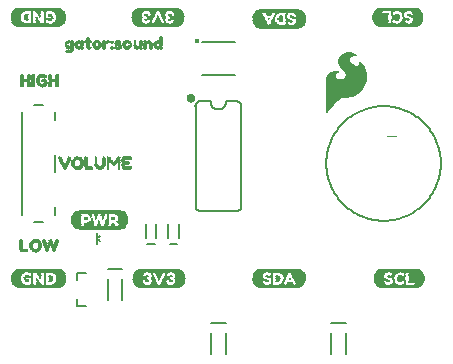
<source format=gto>
G75*
%MOIN*%
%OFA0B0*%
%FSLAX25Y25*%
%IPPOS*%
%LPD*%
%AMOC8*
5,1,8,0,0,1.08239X$1,22.5*
%
%ADD10C,0.00800*%
%ADD11C,0.00400*%
%ADD12C,0.00300*%
%ADD13R,0.12756X0.00157*%
%ADD14R,0.13701X0.00157*%
%ADD15R,0.14331X0.00157*%
%ADD16R,0.14961X0.00157*%
%ADD17R,0.15276X0.00157*%
%ADD18R,0.15591X0.00157*%
%ADD19R,0.15906X0.00157*%
%ADD20R,0.03780X0.00157*%
%ADD21R,0.07087X0.00157*%
%ADD22R,0.03465X0.00157*%
%ADD23R,0.01102X0.00157*%
%ADD24R,0.02362X0.00157*%
%ADD25R,0.03307X0.00157*%
%ADD26R,0.00787X0.00157*%
%ADD27R,0.00630X0.00157*%
%ADD28R,0.02047X0.00157*%
%ADD29R,0.03150X0.00157*%
%ADD30R,0.00472X0.00157*%
%ADD31R,0.01890X0.00157*%
%ADD32R,0.00315X0.00157*%
%ADD33R,0.01732X0.00157*%
%ADD34R,0.01575X0.00157*%
%ADD35R,0.01417X0.00157*%
%ADD36R,0.01260X0.00157*%
%ADD37R,0.04409X0.00157*%
%ADD38R,0.00945X0.00157*%
%ADD39R,0.03622X0.00157*%
%ADD40R,0.02205X0.00157*%
%ADD41R,0.05039X0.00157*%
%ADD42R,0.00157X0.00157*%
%ADD43R,0.02992X0.00157*%
%ADD44R,0.02520X0.00157*%
%ADD45R,0.14646X0.00157*%
%ADD46R,0.16220X0.00157*%
%ADD47R,0.16535X0.00157*%
%ADD48R,0.16850X0.00157*%
%ADD49R,0.04252X0.00157*%
%ADD50R,0.11969X0.00157*%
%ADD51R,0.04094X0.00157*%
%ADD52R,0.02835X0.00157*%
%ADD53R,0.03937X0.00157*%
%ADD54C,0.01575*%
%ADD55R,0.12126X0.00157*%
%ADD56R,0.13071X0.00157*%
%ADD57R,0.04882X0.00157*%
%ADD58R,0.05197X0.00157*%
%ADD59R,0.02677X0.00157*%
%ADD60R,0.14016X0.00157*%
%ADD61R,0.04567X0.00157*%
%ADD62R,0.05354X0.00157*%
%ADD63R,0.17165X0.00157*%
%ADD64R,0.17480X0.00157*%
%ADD65R,0.06614X0.00157*%
%ADD66R,0.06772X0.00157*%
%ADD67C,0.00010*%
D10*
X0150873Y0267857D02*
X0150873Y0274943D01*
X0150873Y0278369D02*
X0155794Y0278369D01*
X0155794Y0274943D02*
X0155794Y0267857D01*
X0121294Y0285857D02*
X0121294Y0292943D01*
X0121294Y0296369D02*
X0116373Y0296369D01*
X0116373Y0292943D02*
X0116373Y0285857D01*
X0109227Y0283888D02*
X0106077Y0283888D01*
X0106077Y0286250D01*
X0106077Y0292550D02*
X0106077Y0294912D01*
X0109227Y0294912D01*
X0112664Y0304589D02*
X0112664Y0306400D01*
X0113885Y0307320D01*
X0112664Y0308211D02*
X0112664Y0306400D01*
X0112725Y0306300D02*
X0113885Y0305540D01*
X0098951Y0314274D02*
X0098951Y0317030D01*
X0094908Y0311806D02*
X0091759Y0311806D01*
X0087715Y0314274D02*
X0087715Y0348526D01*
X0091759Y0350994D02*
X0094908Y0350994D01*
X0098951Y0348526D02*
X0098951Y0345770D01*
X0098951Y0334353D02*
X0098951Y0328447D01*
X0129160Y0311361D02*
X0129160Y0306439D01*
X0129633Y0304500D02*
X0132033Y0304500D01*
X0132507Y0306439D02*
X0132507Y0311361D01*
X0136660Y0311361D02*
X0136660Y0306439D01*
X0137133Y0304500D02*
X0139533Y0304500D01*
X0140007Y0306439D02*
X0140007Y0311361D01*
X0145671Y0316806D02*
X0145671Y0350600D01*
X0145662Y0350670D01*
X0145657Y0350742D01*
X0145656Y0350813D01*
X0145659Y0350884D01*
X0145666Y0350955D01*
X0145676Y0351026D01*
X0145690Y0351096D01*
X0145708Y0351165D01*
X0145730Y0351233D01*
X0145756Y0351300D01*
X0145785Y0351365D01*
X0145817Y0351428D01*
X0145853Y0351490D01*
X0145892Y0351550D01*
X0145935Y0351607D01*
X0145980Y0351662D01*
X0146028Y0351715D01*
X0146080Y0351765D01*
X0146133Y0351812D01*
X0146189Y0351856D01*
X0146248Y0351896D01*
X0146309Y0351934D01*
X0146371Y0351968D01*
X0146435Y0351999D01*
X0146501Y0352027D01*
X0146569Y0352050D01*
X0146637Y0352070D01*
X0146707Y0352087D01*
X0146777Y0352099D01*
X0146777Y0352100D02*
X0150733Y0352100D01*
X0150733Y0351900D02*
X0150735Y0351802D01*
X0150741Y0351704D01*
X0150750Y0351606D01*
X0150764Y0351509D01*
X0150781Y0351412D01*
X0150802Y0351316D01*
X0150827Y0351221D01*
X0150855Y0351127D01*
X0150888Y0351035D01*
X0150923Y0350943D01*
X0150963Y0350853D01*
X0151005Y0350765D01*
X0151052Y0350678D01*
X0151101Y0350594D01*
X0151154Y0350511D01*
X0151210Y0350431D01*
X0151270Y0350352D01*
X0151332Y0350276D01*
X0151397Y0350203D01*
X0151465Y0350132D01*
X0151536Y0350064D01*
X0151609Y0349999D01*
X0151685Y0349937D01*
X0151764Y0349877D01*
X0151844Y0349821D01*
X0151927Y0349768D01*
X0152011Y0349719D01*
X0152098Y0349672D01*
X0152186Y0349630D01*
X0152276Y0349590D01*
X0152368Y0349555D01*
X0152460Y0349522D01*
X0152554Y0349494D01*
X0152649Y0349469D01*
X0152745Y0349448D01*
X0152842Y0349431D01*
X0152939Y0349417D01*
X0153037Y0349408D01*
X0153135Y0349402D01*
X0153233Y0349400D01*
X0153331Y0349402D01*
X0153429Y0349408D01*
X0153527Y0349417D01*
X0153624Y0349431D01*
X0153721Y0349448D01*
X0153817Y0349469D01*
X0153912Y0349494D01*
X0154006Y0349522D01*
X0154098Y0349555D01*
X0154190Y0349590D01*
X0154280Y0349630D01*
X0154368Y0349672D01*
X0154455Y0349719D01*
X0154539Y0349768D01*
X0154622Y0349821D01*
X0154702Y0349877D01*
X0154781Y0349937D01*
X0154857Y0349999D01*
X0154930Y0350064D01*
X0155001Y0350132D01*
X0155069Y0350203D01*
X0155134Y0350276D01*
X0155196Y0350352D01*
X0155256Y0350431D01*
X0155312Y0350511D01*
X0155365Y0350594D01*
X0155414Y0350678D01*
X0155461Y0350765D01*
X0155503Y0350853D01*
X0155543Y0350943D01*
X0155578Y0351035D01*
X0155611Y0351127D01*
X0155639Y0351221D01*
X0155664Y0351316D01*
X0155685Y0351412D01*
X0155702Y0351509D01*
X0155716Y0351606D01*
X0155725Y0351704D01*
X0155731Y0351802D01*
X0155733Y0351900D01*
X0155733Y0352100D02*
X0159052Y0352100D01*
X0159102Y0352101D02*
X0159183Y0352108D01*
X0159264Y0352112D01*
X0159345Y0352111D01*
X0159427Y0352107D01*
X0159507Y0352099D01*
X0159588Y0352087D01*
X0159668Y0352072D01*
X0159747Y0352052D01*
X0159825Y0352029D01*
X0159901Y0352002D01*
X0159977Y0351972D01*
X0160051Y0351938D01*
X0160123Y0351900D01*
X0160193Y0351859D01*
X0160261Y0351815D01*
X0160327Y0351768D01*
X0160391Y0351717D01*
X0160452Y0351664D01*
X0160511Y0351607D01*
X0160567Y0351548D01*
X0160620Y0351487D01*
X0160670Y0351423D01*
X0160717Y0351356D01*
X0160761Y0351288D01*
X0160801Y0351217D01*
X0160838Y0351145D01*
X0160872Y0351071D01*
X0160901Y0350995D01*
X0160928Y0350918D01*
X0160950Y0350840D01*
X0160969Y0350761D01*
X0160984Y0350681D01*
X0160996Y0350600D01*
X0160996Y0317200D01*
X0160994Y0317124D01*
X0160988Y0317049D01*
X0160979Y0316973D01*
X0160965Y0316898D01*
X0160948Y0316824D01*
X0160927Y0316751D01*
X0160903Y0316679D01*
X0160875Y0316609D01*
X0160843Y0316540D01*
X0160808Y0316472D01*
X0160769Y0316407D01*
X0160727Y0316343D01*
X0160682Y0316282D01*
X0160634Y0316223D01*
X0160583Y0316167D01*
X0160529Y0316113D01*
X0160473Y0316062D01*
X0160414Y0316014D01*
X0160353Y0315969D01*
X0160289Y0315927D01*
X0160224Y0315888D01*
X0160156Y0315853D01*
X0160087Y0315821D01*
X0160017Y0315793D01*
X0159945Y0315769D01*
X0159872Y0315748D01*
X0159798Y0315731D01*
X0159723Y0315717D01*
X0159647Y0315708D01*
X0159572Y0315702D01*
X0159496Y0315700D01*
X0147171Y0315700D01*
X0147100Y0315691D01*
X0147029Y0315686D01*
X0146957Y0315685D01*
X0146886Y0315688D01*
X0146815Y0315695D01*
X0146744Y0315705D01*
X0146675Y0315719D01*
X0146605Y0315738D01*
X0146537Y0315759D01*
X0146471Y0315785D01*
X0146406Y0315814D01*
X0146342Y0315846D01*
X0146280Y0315882D01*
X0146221Y0315921D01*
X0146163Y0315964D01*
X0146108Y0316009D01*
X0146056Y0316058D01*
X0146006Y0316109D01*
X0145959Y0316162D01*
X0145915Y0316219D01*
X0145874Y0316277D01*
X0145836Y0316338D01*
X0145802Y0316400D01*
X0145771Y0316465D01*
X0145744Y0316531D01*
X0145720Y0316598D01*
X0145700Y0316666D01*
X0145683Y0316736D01*
X0145671Y0316806D01*
X0147822Y0360790D02*
X0158845Y0360790D01*
X0158845Y0372010D02*
X0147822Y0372010D01*
X0189239Y0331400D02*
X0189245Y0331869D01*
X0189262Y0332337D01*
X0189291Y0332805D01*
X0189331Y0333272D01*
X0189383Y0333737D01*
X0189446Y0334202D01*
X0189520Y0334664D01*
X0189606Y0335125D01*
X0189703Y0335584D01*
X0189811Y0336039D01*
X0189931Y0336493D01*
X0190061Y0336943D01*
X0190203Y0337389D01*
X0190355Y0337833D01*
X0190518Y0338272D01*
X0190692Y0338707D01*
X0190877Y0339138D01*
X0191072Y0339564D01*
X0191278Y0339985D01*
X0191494Y0340401D01*
X0191720Y0340811D01*
X0191956Y0341216D01*
X0192201Y0341615D01*
X0192457Y0342008D01*
X0192722Y0342394D01*
X0192997Y0342774D01*
X0193280Y0343147D01*
X0193573Y0343513D01*
X0193875Y0343872D01*
X0194185Y0344223D01*
X0194504Y0344566D01*
X0194832Y0344901D01*
X0195167Y0345229D01*
X0195510Y0345548D01*
X0195861Y0345858D01*
X0196220Y0346160D01*
X0196586Y0346453D01*
X0196959Y0346736D01*
X0197339Y0347011D01*
X0197725Y0347276D01*
X0198118Y0347532D01*
X0198517Y0347777D01*
X0198922Y0348013D01*
X0199332Y0348239D01*
X0199748Y0348455D01*
X0200169Y0348661D01*
X0200595Y0348856D01*
X0201026Y0349041D01*
X0201461Y0349215D01*
X0201900Y0349378D01*
X0202344Y0349530D01*
X0202790Y0349672D01*
X0203240Y0349802D01*
X0203694Y0349922D01*
X0204149Y0350030D01*
X0204608Y0350127D01*
X0205069Y0350213D01*
X0205531Y0350287D01*
X0205996Y0350350D01*
X0206461Y0350402D01*
X0206928Y0350442D01*
X0207396Y0350471D01*
X0207864Y0350488D01*
X0208333Y0350494D01*
X0208802Y0350488D01*
X0209270Y0350471D01*
X0209738Y0350442D01*
X0210205Y0350402D01*
X0210670Y0350350D01*
X0211135Y0350287D01*
X0211597Y0350213D01*
X0212058Y0350127D01*
X0212517Y0350030D01*
X0212972Y0349922D01*
X0213426Y0349802D01*
X0213876Y0349672D01*
X0214322Y0349530D01*
X0214766Y0349378D01*
X0215205Y0349215D01*
X0215640Y0349041D01*
X0216071Y0348856D01*
X0216497Y0348661D01*
X0216918Y0348455D01*
X0217334Y0348239D01*
X0217744Y0348013D01*
X0218149Y0347777D01*
X0218548Y0347532D01*
X0218941Y0347276D01*
X0219327Y0347011D01*
X0219707Y0346736D01*
X0220080Y0346453D01*
X0220446Y0346160D01*
X0220805Y0345858D01*
X0221156Y0345548D01*
X0221499Y0345229D01*
X0221834Y0344901D01*
X0222162Y0344566D01*
X0222481Y0344223D01*
X0222791Y0343872D01*
X0223093Y0343513D01*
X0223386Y0343147D01*
X0223669Y0342774D01*
X0223944Y0342394D01*
X0224209Y0342008D01*
X0224465Y0341615D01*
X0224710Y0341216D01*
X0224946Y0340811D01*
X0225172Y0340401D01*
X0225388Y0339985D01*
X0225594Y0339564D01*
X0225789Y0339138D01*
X0225974Y0338707D01*
X0226148Y0338272D01*
X0226311Y0337833D01*
X0226463Y0337389D01*
X0226605Y0336943D01*
X0226735Y0336493D01*
X0226855Y0336039D01*
X0226963Y0335584D01*
X0227060Y0335125D01*
X0227146Y0334664D01*
X0227220Y0334202D01*
X0227283Y0333737D01*
X0227335Y0333272D01*
X0227375Y0332805D01*
X0227404Y0332337D01*
X0227421Y0331869D01*
X0227427Y0331400D01*
X0227421Y0330931D01*
X0227404Y0330463D01*
X0227375Y0329995D01*
X0227335Y0329528D01*
X0227283Y0329063D01*
X0227220Y0328598D01*
X0227146Y0328136D01*
X0227060Y0327675D01*
X0226963Y0327216D01*
X0226855Y0326761D01*
X0226735Y0326307D01*
X0226605Y0325857D01*
X0226463Y0325411D01*
X0226311Y0324967D01*
X0226148Y0324528D01*
X0225974Y0324093D01*
X0225789Y0323662D01*
X0225594Y0323236D01*
X0225388Y0322815D01*
X0225172Y0322399D01*
X0224946Y0321989D01*
X0224710Y0321584D01*
X0224465Y0321185D01*
X0224209Y0320792D01*
X0223944Y0320406D01*
X0223669Y0320026D01*
X0223386Y0319653D01*
X0223093Y0319287D01*
X0222791Y0318928D01*
X0222481Y0318577D01*
X0222162Y0318234D01*
X0221834Y0317899D01*
X0221499Y0317571D01*
X0221156Y0317252D01*
X0220805Y0316942D01*
X0220446Y0316640D01*
X0220080Y0316347D01*
X0219707Y0316064D01*
X0219327Y0315789D01*
X0218941Y0315524D01*
X0218548Y0315268D01*
X0218149Y0315023D01*
X0217744Y0314787D01*
X0217334Y0314561D01*
X0216918Y0314345D01*
X0216497Y0314139D01*
X0216071Y0313944D01*
X0215640Y0313759D01*
X0215205Y0313585D01*
X0214766Y0313422D01*
X0214322Y0313270D01*
X0213876Y0313128D01*
X0213426Y0312998D01*
X0212972Y0312878D01*
X0212517Y0312770D01*
X0212058Y0312673D01*
X0211597Y0312587D01*
X0211135Y0312513D01*
X0210670Y0312450D01*
X0210205Y0312398D01*
X0209738Y0312358D01*
X0209270Y0312329D01*
X0208802Y0312312D01*
X0208333Y0312306D01*
X0207864Y0312312D01*
X0207396Y0312329D01*
X0206928Y0312358D01*
X0206461Y0312398D01*
X0205996Y0312450D01*
X0205531Y0312513D01*
X0205069Y0312587D01*
X0204608Y0312673D01*
X0204149Y0312770D01*
X0203694Y0312878D01*
X0203240Y0312998D01*
X0202790Y0313128D01*
X0202344Y0313270D01*
X0201900Y0313422D01*
X0201461Y0313585D01*
X0201026Y0313759D01*
X0200595Y0313944D01*
X0200169Y0314139D01*
X0199748Y0314345D01*
X0199332Y0314561D01*
X0198922Y0314787D01*
X0198517Y0315023D01*
X0198118Y0315268D01*
X0197725Y0315524D01*
X0197339Y0315789D01*
X0196959Y0316064D01*
X0196586Y0316347D01*
X0196220Y0316640D01*
X0195861Y0316942D01*
X0195510Y0317252D01*
X0195167Y0317571D01*
X0194832Y0317899D01*
X0194504Y0318234D01*
X0194185Y0318577D01*
X0193875Y0318928D01*
X0193573Y0319287D01*
X0193280Y0319653D01*
X0192997Y0320026D01*
X0192722Y0320406D01*
X0192457Y0320792D01*
X0192201Y0321185D01*
X0191956Y0321584D01*
X0191720Y0321989D01*
X0191494Y0322399D01*
X0191278Y0322815D01*
X0191072Y0323236D01*
X0190877Y0323662D01*
X0190692Y0324093D01*
X0190518Y0324528D01*
X0190355Y0324967D01*
X0190203Y0325411D01*
X0190061Y0325857D01*
X0189931Y0326307D01*
X0189811Y0326761D01*
X0189703Y0327216D01*
X0189606Y0327675D01*
X0189520Y0328136D01*
X0189446Y0328598D01*
X0189383Y0329063D01*
X0189331Y0329528D01*
X0189291Y0329995D01*
X0189262Y0330463D01*
X0189245Y0330931D01*
X0189239Y0331400D01*
X0190873Y0278369D02*
X0195794Y0278369D01*
X0195794Y0274943D02*
X0195794Y0267857D01*
X0190873Y0267857D02*
X0190873Y0274943D01*
D11*
X0209386Y0340437D02*
X0212455Y0340437D01*
D12*
X0200156Y0355313D02*
X0200747Y0355943D01*
X0201298Y0356652D01*
X0202046Y0358109D01*
X0202440Y0359526D01*
X0202518Y0360904D01*
X0202322Y0362203D01*
X0201928Y0363306D01*
X0201416Y0364250D01*
X0200747Y0364920D01*
X0200117Y0365313D01*
X0200117Y0365077D01*
X0200156Y0364880D01*
X0200077Y0364408D01*
X0199959Y0364211D01*
X0199762Y0364014D01*
X0199487Y0363896D01*
X0199211Y0363896D01*
X0198660Y0364054D01*
X0198345Y0364211D01*
X0197794Y0364605D01*
X0197518Y0364841D01*
X0197322Y0365038D01*
X0197125Y0365353D01*
X0196967Y0365589D01*
X0196888Y0365865D01*
X0196849Y0366101D01*
X0196888Y0366337D01*
X0196967Y0366534D01*
X0197085Y0366770D01*
X0197243Y0366967D01*
X0197558Y0367243D01*
X0197873Y0367400D01*
X0198188Y0367479D01*
X0198542Y0367518D01*
X0199054Y0367518D01*
X0199211Y0367479D01*
X0199251Y0367479D01*
X0199133Y0367557D01*
X0198857Y0367754D01*
X0198385Y0368030D01*
X0197794Y0368266D01*
X0197085Y0368463D01*
X0196298Y0368502D01*
X0195432Y0368306D01*
X0194526Y0367833D01*
X0193857Y0367282D01*
X0193424Y0366652D01*
X0193188Y0365983D01*
X0193188Y0365313D01*
X0193385Y0364644D01*
X0193739Y0363935D01*
X0194251Y0363266D01*
X0194920Y0362597D01*
X0195432Y0362006D01*
X0195707Y0361416D01*
X0195707Y0360865D01*
X0195550Y0360353D01*
X0195196Y0359959D01*
X0194723Y0359644D01*
X0194172Y0359487D01*
X0193542Y0359487D01*
X0193109Y0359605D01*
X0192755Y0359723D01*
X0192479Y0359959D01*
X0192243Y0360195D01*
X0192125Y0360431D01*
X0192046Y0360707D01*
X0192046Y0360983D01*
X0192125Y0361219D01*
X0192243Y0361376D01*
X0192400Y0361534D01*
X0192597Y0361691D01*
X0192755Y0361809D01*
X0192951Y0361888D01*
X0193188Y0362006D01*
X0193227Y0362046D01*
X0193188Y0362046D01*
X0193070Y0362085D01*
X0192873Y0362164D01*
X0192597Y0362203D01*
X0191888Y0362203D01*
X0191495Y0362124D01*
X0191062Y0362006D01*
X0190668Y0361849D01*
X0190314Y0361613D01*
X0189999Y0361298D01*
X0189723Y0360943D01*
X0189487Y0360510D01*
X0189329Y0359959D01*
X0189251Y0359329D01*
X0189211Y0358581D01*
X0189211Y0348463D01*
X0189251Y0348542D01*
X0189408Y0348699D01*
X0189644Y0348975D01*
X0189920Y0349329D01*
X0190274Y0349723D01*
X0190668Y0350195D01*
X0191101Y0350668D01*
X0191573Y0351180D01*
X0192085Y0351731D01*
X0192518Y0352243D01*
X0192951Y0352676D01*
X0193345Y0353030D01*
X0193739Y0353306D01*
X0194172Y0353502D01*
X0194605Y0353620D01*
X0196140Y0353620D01*
X0197085Y0353739D01*
X0197951Y0353975D01*
X0198739Y0354329D01*
X0199487Y0354802D01*
X0200156Y0355313D01*
X0200266Y0355431D02*
X0189211Y0355431D01*
X0189211Y0355133D02*
X0199920Y0355133D01*
X0199529Y0354834D02*
X0189211Y0354834D01*
X0189211Y0354536D02*
X0199066Y0354536D01*
X0198534Y0354237D02*
X0189211Y0354237D01*
X0189211Y0353939D02*
X0197818Y0353939D01*
X0196297Y0353640D02*
X0189211Y0353640D01*
X0189211Y0353341D02*
X0193818Y0353341D01*
X0193364Y0353043D02*
X0189211Y0353043D01*
X0189211Y0352744D02*
X0193028Y0352744D01*
X0192722Y0352446D02*
X0189211Y0352446D01*
X0189211Y0352147D02*
X0192438Y0352147D01*
X0192185Y0351849D02*
X0189211Y0351849D01*
X0189211Y0351550D02*
X0191918Y0351550D01*
X0191641Y0351252D02*
X0189211Y0351252D01*
X0189211Y0350953D02*
X0191365Y0350953D01*
X0191089Y0350655D02*
X0189211Y0350655D01*
X0189211Y0350356D02*
X0190816Y0350356D01*
X0190553Y0350058D02*
X0189211Y0350058D01*
X0189211Y0349759D02*
X0190305Y0349759D01*
X0190038Y0349461D02*
X0189211Y0349461D01*
X0189211Y0349162D02*
X0189790Y0349162D01*
X0189549Y0348864D02*
X0189211Y0348864D01*
X0189211Y0348565D02*
X0189274Y0348565D01*
X0189211Y0355730D02*
X0200546Y0355730D01*
X0200813Y0356028D02*
X0189211Y0356028D01*
X0189211Y0356327D02*
X0201045Y0356327D01*
X0201277Y0356625D02*
X0189211Y0356625D01*
X0189211Y0356924D02*
X0201437Y0356924D01*
X0201591Y0357222D02*
X0189211Y0357222D01*
X0189211Y0357521D02*
X0201744Y0357521D01*
X0201897Y0357819D02*
X0189211Y0357819D01*
X0189211Y0358118D02*
X0202048Y0358118D01*
X0202131Y0358416D02*
X0189211Y0358416D01*
X0189218Y0358715D02*
X0202214Y0358715D01*
X0202297Y0359013D02*
X0189234Y0359013D01*
X0189250Y0359312D02*
X0202380Y0359312D01*
X0202444Y0359610D02*
X0194605Y0359610D01*
X0195120Y0359909D02*
X0202461Y0359909D01*
X0202479Y0360207D02*
X0195419Y0360207D01*
X0195597Y0360506D02*
X0202496Y0360506D01*
X0202513Y0360804D02*
X0195689Y0360804D01*
X0195707Y0361103D02*
X0202488Y0361103D01*
X0202443Y0361401D02*
X0195707Y0361401D01*
X0195575Y0361700D02*
X0202398Y0361700D01*
X0202353Y0361998D02*
X0195435Y0361998D01*
X0195180Y0362297D02*
X0202288Y0362297D01*
X0202181Y0362595D02*
X0194921Y0362595D01*
X0194623Y0362894D02*
X0202075Y0362894D01*
X0201968Y0363192D02*
X0194324Y0363192D01*
X0194079Y0363491D02*
X0201827Y0363491D01*
X0201666Y0363789D02*
X0193851Y0363789D01*
X0193663Y0364088D02*
X0198591Y0364088D01*
X0198100Y0364386D02*
X0193513Y0364386D01*
X0193373Y0364685D02*
X0197700Y0364685D01*
X0197376Y0364983D02*
X0193285Y0364983D01*
X0193197Y0365282D02*
X0197169Y0365282D01*
X0196973Y0365580D02*
X0193188Y0365580D01*
X0193188Y0365879D02*
X0196886Y0365879D01*
X0196862Y0366177D02*
X0193256Y0366177D01*
X0193362Y0366476D02*
X0196944Y0366476D01*
X0197089Y0366774D02*
X0193508Y0366774D01*
X0193713Y0367073D02*
X0197364Y0367073D01*
X0197816Y0367372D02*
X0193966Y0367372D01*
X0194328Y0367670D02*
X0198975Y0367670D01*
X0198490Y0367969D02*
X0194786Y0367969D01*
X0195358Y0368267D02*
X0197791Y0368267D01*
X0200117Y0365282D02*
X0200167Y0365282D01*
X0200136Y0364983D02*
X0200645Y0364983D01*
X0200981Y0364685D02*
X0200124Y0364685D01*
X0200065Y0364386D02*
X0201280Y0364386D01*
X0201504Y0364088D02*
X0199836Y0364088D01*
X0193172Y0361998D02*
X0191042Y0361998D01*
X0190444Y0361700D02*
X0192608Y0361700D01*
X0192268Y0361401D02*
X0190102Y0361401D01*
X0189847Y0361103D02*
X0192086Y0361103D01*
X0192046Y0360804D02*
X0189647Y0360804D01*
X0189486Y0360506D02*
X0192103Y0360506D01*
X0192237Y0360207D02*
X0189400Y0360207D01*
X0189323Y0359909D02*
X0192538Y0359909D01*
X0193092Y0359610D02*
X0189286Y0359610D01*
D13*
X0133121Y0376750D03*
X0133121Y0383050D03*
X0133546Y0296050D03*
X0133546Y0289750D03*
D14*
X0133546Y0289908D03*
X0133546Y0295892D03*
X0093361Y0296050D03*
X0093361Y0289750D03*
X0093306Y0376750D03*
X0093306Y0383050D03*
X0133121Y0382892D03*
X0133121Y0376908D03*
X0213093Y0377065D03*
X0213093Y0382735D03*
X0213573Y0295735D03*
X0213573Y0290065D03*
D15*
X0213573Y0290223D03*
X0213573Y0295577D03*
X0133546Y0295735D03*
X0133546Y0290065D03*
X0113676Y0309250D03*
X0113676Y0315550D03*
X0133121Y0377065D03*
X0133121Y0382735D03*
X0213093Y0382577D03*
X0213093Y0377223D03*
D16*
X0213093Y0377538D03*
X0213093Y0382262D03*
X0133121Y0382577D03*
X0133121Y0377223D03*
X0133546Y0295577D03*
X0133546Y0290223D03*
X0213573Y0290538D03*
X0213573Y0295262D03*
D17*
X0213573Y0295105D03*
X0213573Y0290695D03*
X0173546Y0290223D03*
X0173546Y0295577D03*
X0133546Y0295420D03*
X0133546Y0290380D03*
X0113676Y0309408D03*
X0113676Y0315392D03*
X0093361Y0295735D03*
X0093361Y0290065D03*
X0093306Y0377065D03*
X0093306Y0382735D03*
X0133121Y0382420D03*
X0133121Y0377380D03*
X0173621Y0376723D03*
X0173621Y0382077D03*
X0213093Y0382105D03*
X0213093Y0377695D03*
D18*
X0173621Y0376880D03*
X0173621Y0381920D03*
X0133121Y0382262D03*
X0133121Y0377538D03*
X0133546Y0295262D03*
X0133546Y0290538D03*
X0173546Y0290380D03*
X0173546Y0295420D03*
D19*
X0173546Y0295262D03*
X0173546Y0290538D03*
X0133546Y0290695D03*
X0133546Y0295105D03*
X0113676Y0309565D03*
X0113676Y0315235D03*
X0093361Y0295577D03*
X0093361Y0290223D03*
X0093306Y0377223D03*
X0093306Y0382577D03*
X0133121Y0382105D03*
X0133121Y0377695D03*
X0173621Y0377038D03*
X0173621Y0381762D03*
D20*
X0166613Y0380187D03*
X0166613Y0380030D03*
X0179999Y0377353D03*
X0180629Y0379400D03*
X0218999Y0377853D03*
X0219629Y0379900D03*
X0139971Y0379270D03*
X0139341Y0377853D03*
X0126900Y0377853D03*
X0126270Y0379900D03*
X0100314Y0378325D03*
X0100156Y0378168D03*
X0086455Y0378168D03*
X0086298Y0378325D03*
X0120841Y0314290D03*
X0121314Y0311928D03*
X0121314Y0311770D03*
X0110290Y0310353D03*
X0100211Y0294632D03*
X0100369Y0294475D03*
X0086510Y0294632D03*
X0086353Y0294475D03*
X0126696Y0293530D03*
X0127325Y0294947D03*
X0139766Y0294947D03*
X0140396Y0292900D03*
X0166538Y0292900D03*
X0167168Y0294947D03*
X0180554Y0292270D03*
X0180554Y0292113D03*
X0207038Y0292900D03*
X0207668Y0294947D03*
D21*
X0217825Y0294947D03*
X0208841Y0377853D03*
X0133121Y0377853D03*
X0133546Y0294947D03*
D22*
X0140081Y0294790D03*
X0140554Y0293372D03*
X0140554Y0293215D03*
X0140554Y0292743D03*
X0140554Y0292585D03*
X0139924Y0290853D03*
X0127168Y0290853D03*
X0126538Y0292270D03*
X0126538Y0293687D03*
X0127010Y0294790D03*
X0121314Y0311455D03*
X0121471Y0312243D03*
X0121471Y0312400D03*
X0121156Y0313975D03*
X0120999Y0314132D03*
X0110290Y0310825D03*
X0110290Y0310668D03*
X0110290Y0310510D03*
X0105881Y0311613D03*
X0105881Y0311770D03*
X0105881Y0311928D03*
X0105881Y0312085D03*
X0105881Y0312243D03*
X0105881Y0312400D03*
X0105881Y0312557D03*
X0105881Y0312715D03*
X0105881Y0312872D03*
X0105881Y0313030D03*
X0105881Y0313187D03*
X0092310Y0302640D03*
X0100684Y0294002D03*
X0100841Y0293687D03*
X0100841Y0292113D03*
X0100684Y0291798D03*
X0100684Y0291640D03*
X0100526Y0291483D03*
X0086196Y0291483D03*
X0086038Y0291640D03*
X0086038Y0291798D03*
X0085881Y0292113D03*
X0085881Y0292270D03*
X0085881Y0293530D03*
X0085881Y0293687D03*
X0086038Y0294002D03*
X0086196Y0294317D03*
X0106255Y0330140D03*
X0094514Y0357640D03*
X0100471Y0378483D03*
X0100629Y0378798D03*
X0100786Y0379113D03*
X0100786Y0379270D03*
X0100786Y0380530D03*
X0100786Y0380687D03*
X0100629Y0381002D03*
X0100629Y0381160D03*
X0100471Y0381317D03*
X0086140Y0381317D03*
X0085983Y0381160D03*
X0085983Y0381002D03*
X0085825Y0380687D03*
X0085825Y0379113D03*
X0085983Y0378798D03*
X0126113Y0379428D03*
X0126113Y0379585D03*
X0126113Y0380057D03*
X0126113Y0380215D03*
X0126743Y0381947D03*
X0126585Y0378010D03*
X0139656Y0378010D03*
X0140129Y0379113D03*
X0140129Y0380530D03*
X0139499Y0381947D03*
X0166613Y0380502D03*
X0166613Y0380345D03*
X0180314Y0381290D03*
X0180786Y0378928D03*
X0180786Y0378770D03*
X0180786Y0378613D03*
X0219156Y0381947D03*
X0219314Y0381790D03*
X0219786Y0379585D03*
X0219786Y0379428D03*
X0219786Y0379270D03*
X0219786Y0379113D03*
X0219314Y0378010D03*
X0207353Y0294790D03*
X0206881Y0293687D03*
X0206881Y0293530D03*
X0206881Y0293372D03*
X0206881Y0293215D03*
X0207353Y0291010D03*
X0207510Y0290853D03*
X0180554Y0291798D03*
X0180554Y0291955D03*
X0166853Y0291010D03*
X0166381Y0293372D03*
X0166381Y0293530D03*
X0166381Y0293687D03*
D23*
X0169451Y0291955D03*
X0170869Y0294790D03*
X0174491Y0291010D03*
X0209951Y0291955D03*
X0211211Y0293215D03*
X0211526Y0293845D03*
X0211684Y0294160D03*
X0211841Y0294317D03*
X0213888Y0293845D03*
X0215306Y0294790D03*
X0211841Y0291325D03*
X0137483Y0291955D03*
X0137483Y0292113D03*
X0137325Y0293530D03*
X0137483Y0293687D03*
X0136066Y0294790D03*
X0133546Y0293372D03*
X0133546Y0293215D03*
X0131499Y0293215D03*
X0131026Y0294790D03*
X0129609Y0293687D03*
X0129451Y0293530D03*
X0129609Y0292113D03*
X0129609Y0291955D03*
X0118243Y0310825D03*
X0118243Y0310983D03*
X0118243Y0312557D03*
X0118243Y0312715D03*
X0118243Y0313187D03*
X0116196Y0312085D03*
X0116196Y0311928D03*
X0116196Y0311770D03*
X0114621Y0313817D03*
X0112416Y0313817D03*
X0110999Y0311928D03*
X0109109Y0312557D03*
X0099633Y0305475D03*
X0099475Y0305317D03*
X0099475Y0305160D03*
X0099475Y0305002D03*
X0099318Y0304845D03*
X0099318Y0304687D03*
X0099318Y0304530D03*
X0099160Y0304372D03*
X0099160Y0304215D03*
X0099160Y0304057D03*
X0097270Y0305475D03*
X0095381Y0304845D03*
X0095381Y0304687D03*
X0095381Y0304530D03*
X0095538Y0304372D03*
X0095538Y0304215D03*
X0095538Y0304057D03*
X0095223Y0305002D03*
X0095223Y0305160D03*
X0095223Y0305317D03*
X0095066Y0305475D03*
X0095066Y0305632D03*
X0093806Y0304372D03*
X0093806Y0304215D03*
X0093963Y0304057D03*
X0093963Y0303900D03*
X0093963Y0303743D03*
X0093806Y0303428D03*
X0093806Y0303270D03*
X0090971Y0303113D03*
X0090814Y0303428D03*
X0090814Y0303585D03*
X0090814Y0303743D03*
X0090814Y0303900D03*
X0090814Y0304057D03*
X0090814Y0304215D03*
X0090814Y0304372D03*
X0090971Y0304530D03*
X0087507Y0304530D03*
X0087507Y0304687D03*
X0087507Y0304845D03*
X0087507Y0305002D03*
X0087507Y0305160D03*
X0087507Y0305317D03*
X0087507Y0305475D03*
X0087507Y0305632D03*
X0087507Y0304372D03*
X0087507Y0304215D03*
X0087507Y0304057D03*
X0087507Y0303900D03*
X0087507Y0303743D03*
X0087507Y0303585D03*
X0087507Y0303428D03*
X0087507Y0303270D03*
X0087507Y0303113D03*
X0087507Y0302955D03*
X0087507Y0302798D03*
X0089581Y0293845D03*
X0088951Y0293215D03*
X0093203Y0291640D03*
X0093676Y0294002D03*
X0097298Y0293687D03*
X0097298Y0291955D03*
X0102081Y0329510D03*
X0102081Y0329668D03*
X0101451Y0330928D03*
X0101451Y0331085D03*
X0101294Y0331243D03*
X0101294Y0331400D03*
X0101136Y0331557D03*
X0101136Y0331715D03*
X0100979Y0331872D03*
X0100979Y0332030D03*
X0100822Y0332187D03*
X0100822Y0332345D03*
X0100664Y0332502D03*
X0100664Y0332660D03*
X0100507Y0332817D03*
X0100507Y0332975D03*
X0100507Y0333132D03*
X0103184Y0331872D03*
X0103184Y0331715D03*
X0103026Y0331557D03*
X0103026Y0331400D03*
X0102869Y0331243D03*
X0102869Y0331085D03*
X0102711Y0330928D03*
X0103341Y0332187D03*
X0103499Y0332502D03*
X0103656Y0332817D03*
X0103656Y0332975D03*
X0104759Y0331872D03*
X0104759Y0331715D03*
X0104759Y0331557D03*
X0104759Y0331400D03*
X0104759Y0331243D03*
X0104759Y0331085D03*
X0104759Y0330928D03*
X0104916Y0330613D03*
X0104916Y0332030D03*
X0107751Y0331872D03*
X0107751Y0331715D03*
X0107908Y0331557D03*
X0107908Y0331400D03*
X0107908Y0331243D03*
X0107751Y0330928D03*
X0107751Y0330770D03*
X0109168Y0330770D03*
X0109168Y0330613D03*
X0109168Y0330455D03*
X0109168Y0330298D03*
X0109168Y0330928D03*
X0109168Y0331085D03*
X0109168Y0331243D03*
X0109168Y0331400D03*
X0109168Y0331557D03*
X0109168Y0331715D03*
X0109168Y0331872D03*
X0109168Y0332030D03*
X0109168Y0332187D03*
X0109168Y0332345D03*
X0109168Y0332502D03*
X0109168Y0332660D03*
X0109168Y0332817D03*
X0109168Y0332975D03*
X0109168Y0333132D03*
X0112633Y0330928D03*
X0112633Y0330770D03*
X0112633Y0330613D03*
X0114995Y0330455D03*
X0115152Y0330613D03*
X0115152Y0330770D03*
X0115152Y0330928D03*
X0115152Y0331085D03*
X0115152Y0331243D03*
X0115152Y0331400D03*
X0115152Y0331557D03*
X0115152Y0331715D03*
X0115152Y0331872D03*
X0115152Y0332030D03*
X0115152Y0332187D03*
X0115152Y0332345D03*
X0115152Y0332502D03*
X0115152Y0332660D03*
X0115152Y0332817D03*
X0115152Y0332975D03*
X0116727Y0332975D03*
X0116727Y0333132D03*
X0120034Y0333132D03*
X0121609Y0332345D03*
X0121609Y0332187D03*
X0121609Y0332030D03*
X0121609Y0330770D03*
X0121609Y0330613D03*
X0121609Y0330455D03*
X0099633Y0357010D03*
X0099633Y0357168D03*
X0099633Y0357325D03*
X0099633Y0357483D03*
X0099633Y0357640D03*
X0099633Y0357798D03*
X0099633Y0357955D03*
X0099633Y0358113D03*
X0099633Y0358270D03*
X0099633Y0359372D03*
X0099633Y0359530D03*
X0099633Y0359687D03*
X0099633Y0359845D03*
X0099633Y0360002D03*
X0099633Y0360160D03*
X0099633Y0360317D03*
X0099633Y0360475D03*
X0099633Y0360632D03*
X0097113Y0360632D03*
X0097113Y0360475D03*
X0097113Y0360317D03*
X0097113Y0360160D03*
X0097113Y0360002D03*
X0097113Y0359845D03*
X0097113Y0359687D03*
X0097113Y0359530D03*
X0097113Y0359372D03*
X0097113Y0358270D03*
X0097113Y0358113D03*
X0097113Y0357955D03*
X0097113Y0357798D03*
X0097113Y0357640D03*
X0097113Y0357483D03*
X0097113Y0357325D03*
X0097113Y0357168D03*
X0097113Y0357010D03*
X0095696Y0357955D03*
X0095696Y0358113D03*
X0095696Y0358270D03*
X0093176Y0358270D03*
X0093018Y0358428D03*
X0093018Y0358585D03*
X0093018Y0358743D03*
X0093018Y0358900D03*
X0093018Y0359057D03*
X0093018Y0359215D03*
X0093018Y0359372D03*
X0093176Y0359530D03*
X0091601Y0359530D03*
X0091601Y0359687D03*
X0091601Y0359845D03*
X0091601Y0360002D03*
X0091601Y0360160D03*
X0091601Y0360317D03*
X0091601Y0360475D03*
X0091601Y0360632D03*
X0091601Y0359372D03*
X0091601Y0359215D03*
X0091601Y0359057D03*
X0091601Y0358900D03*
X0091601Y0358743D03*
X0091601Y0358585D03*
X0091601Y0358428D03*
X0091601Y0358270D03*
X0091601Y0358113D03*
X0091601Y0357955D03*
X0091601Y0357798D03*
X0091601Y0357640D03*
X0091601Y0357483D03*
X0091601Y0357325D03*
X0091601Y0357168D03*
X0091601Y0357010D03*
X0090184Y0357010D03*
X0090184Y0357168D03*
X0090184Y0357325D03*
X0090184Y0357483D03*
X0090184Y0357640D03*
X0090184Y0357798D03*
X0090184Y0357955D03*
X0090184Y0358113D03*
X0090184Y0358270D03*
X0090184Y0359372D03*
X0090184Y0359530D03*
X0090184Y0359687D03*
X0090184Y0359845D03*
X0090184Y0360002D03*
X0090184Y0360160D03*
X0090184Y0360317D03*
X0090184Y0360475D03*
X0090184Y0360632D03*
X0087664Y0360632D03*
X0087664Y0360475D03*
X0087664Y0360317D03*
X0087664Y0360160D03*
X0087664Y0360002D03*
X0087664Y0359845D03*
X0087664Y0359687D03*
X0087664Y0359530D03*
X0087664Y0359372D03*
X0087664Y0358270D03*
X0087664Y0358113D03*
X0087664Y0357955D03*
X0087664Y0357798D03*
X0087664Y0357640D03*
X0087664Y0357483D03*
X0087664Y0357325D03*
X0087664Y0357168D03*
X0087664Y0357010D03*
X0094593Y0360947D03*
X0104396Y0369038D03*
X0104554Y0369195D03*
X0104554Y0369353D03*
X0104554Y0370613D03*
X0104554Y0370770D03*
X0104554Y0370928D03*
X0105814Y0370770D03*
X0105971Y0370455D03*
X0105971Y0371085D03*
X0107861Y0370928D03*
X0107861Y0370770D03*
X0107861Y0370613D03*
X0109751Y0370613D03*
X0109751Y0370770D03*
X0109751Y0370928D03*
X0109751Y0371085D03*
X0109751Y0370455D03*
X0109751Y0370298D03*
X0109751Y0372345D03*
X0109751Y0372502D03*
X0109751Y0372660D03*
X0109751Y0372817D03*
X0109751Y0372975D03*
X0111798Y0371085D03*
X0111798Y0370928D03*
X0111798Y0370770D03*
X0111798Y0370613D03*
X0111798Y0370455D03*
X0113845Y0370455D03*
X0113845Y0370613D03*
X0113845Y0370770D03*
X0113845Y0370928D03*
X0113845Y0371085D03*
X0115262Y0371085D03*
X0115262Y0370928D03*
X0115262Y0370770D03*
X0115262Y0370613D03*
X0115262Y0370455D03*
X0115262Y0370298D03*
X0115262Y0370140D03*
X0115262Y0369983D03*
X0115262Y0369825D03*
X0115262Y0369668D03*
X0115262Y0369510D03*
X0117782Y0369510D03*
X0117782Y0369668D03*
X0117782Y0369825D03*
X0117782Y0369983D03*
X0117782Y0371400D03*
X0117782Y0371557D03*
X0117782Y0371715D03*
X0117782Y0371872D03*
X0121877Y0370928D03*
X0121877Y0370770D03*
X0121877Y0370613D03*
X0123924Y0370613D03*
X0123924Y0370455D03*
X0123924Y0371085D03*
X0125499Y0370455D03*
X0127388Y0370455D03*
X0127388Y0370613D03*
X0127388Y0370770D03*
X0127388Y0370928D03*
X0127388Y0371085D03*
X0127388Y0371243D03*
X0127388Y0371400D03*
X0127388Y0371557D03*
X0127388Y0371715D03*
X0127388Y0371872D03*
X0127388Y0372030D03*
X0128806Y0370928D03*
X0128806Y0370770D03*
X0128806Y0370613D03*
X0128806Y0370455D03*
X0128806Y0370298D03*
X0128806Y0370140D03*
X0128806Y0369983D03*
X0128806Y0369825D03*
X0128806Y0369668D03*
X0128806Y0369510D03*
X0130853Y0369668D03*
X0130853Y0369825D03*
X0130853Y0369983D03*
X0130853Y0370140D03*
X0130853Y0370298D03*
X0130853Y0370455D03*
X0130853Y0370613D03*
X0130853Y0370770D03*
X0130853Y0370928D03*
X0130696Y0371085D03*
X0132270Y0371085D03*
X0132270Y0370928D03*
X0132270Y0370613D03*
X0132270Y0370455D03*
X0134160Y0370455D03*
X0134160Y0370613D03*
X0134160Y0370770D03*
X0134160Y0370928D03*
X0134160Y0371085D03*
X0134160Y0372187D03*
X0134160Y0372345D03*
X0134160Y0372502D03*
X0134160Y0372660D03*
X0134160Y0372817D03*
X0134160Y0372975D03*
X0134160Y0373132D03*
X0134160Y0373290D03*
X0135640Y0378010D03*
X0135168Y0379585D03*
X0137058Y0379113D03*
X0137215Y0379270D03*
X0137058Y0380687D03*
X0137058Y0380845D03*
X0133121Y0379585D03*
X0133121Y0379428D03*
X0130601Y0378010D03*
X0129341Y0379270D03*
X0129184Y0379113D03*
X0129184Y0380687D03*
X0129184Y0380845D03*
X0102664Y0371085D03*
X0102664Y0370455D03*
X0097085Y0378955D03*
X0097715Y0379585D03*
X0093463Y0381160D03*
X0092991Y0378798D03*
X0089369Y0379113D03*
X0089369Y0380845D03*
X0172676Y0381290D03*
X0177715Y0380345D03*
X0176298Y0377510D03*
X0211361Y0378010D03*
X0212778Y0378955D03*
X0214825Y0378483D03*
X0214983Y0378640D03*
X0215140Y0378955D03*
X0215455Y0379585D03*
X0216715Y0380845D03*
X0214825Y0381475D03*
D24*
X0215928Y0379113D03*
X0214668Y0378010D03*
X0176928Y0378613D03*
X0170156Y0381447D03*
X0133530Y0372030D03*
X0133530Y0369510D03*
X0133121Y0378010D03*
X0133121Y0378168D03*
X0130759Y0380215D03*
X0122979Y0371872D03*
X0119829Y0369668D03*
X0115892Y0371557D03*
X0115892Y0371715D03*
X0115892Y0371872D03*
X0115892Y0372030D03*
X0109908Y0372030D03*
X0109908Y0371872D03*
X0109908Y0371715D03*
X0109908Y0371557D03*
X0109908Y0371400D03*
X0107231Y0372030D03*
X0107231Y0369510D03*
X0103924Y0369510D03*
X0094593Y0360632D03*
X0106333Y0333132D03*
X0113892Y0329668D03*
X0122239Y0331872D03*
X0092388Y0305632D03*
X0133546Y0294790D03*
X0133546Y0294632D03*
X0135908Y0292585D03*
X0170239Y0293687D03*
X0177010Y0290853D03*
X0210739Y0293687D03*
X0211999Y0294790D03*
D25*
X0211999Y0294947D03*
X0207274Y0294632D03*
X0207117Y0294475D03*
X0207117Y0294317D03*
X0206959Y0294160D03*
X0206959Y0294002D03*
X0206959Y0293845D03*
X0206959Y0291955D03*
X0206959Y0291798D03*
X0180633Y0291640D03*
X0166617Y0291325D03*
X0166459Y0291640D03*
X0166459Y0291798D03*
X0166459Y0291955D03*
X0166459Y0293845D03*
X0166459Y0294002D03*
X0166459Y0294160D03*
X0166617Y0294317D03*
X0166617Y0294475D03*
X0166774Y0294632D03*
X0140633Y0293687D03*
X0140633Y0293530D03*
X0140475Y0294160D03*
X0140318Y0294475D03*
X0140160Y0294632D03*
X0140633Y0292428D03*
X0140633Y0292270D03*
X0140633Y0292113D03*
X0140160Y0291010D03*
X0126932Y0291010D03*
X0126459Y0292113D03*
X0126617Y0293845D03*
X0126617Y0294002D03*
X0126617Y0294160D03*
X0126774Y0294475D03*
X0126932Y0294632D03*
X0121392Y0311140D03*
X0121392Y0311298D03*
X0121550Y0312557D03*
X0121550Y0312715D03*
X0121550Y0312872D03*
X0121550Y0313030D03*
X0121550Y0313187D03*
X0121392Y0313345D03*
X0121392Y0313502D03*
X0121392Y0313660D03*
X0121235Y0313817D03*
X0110211Y0311140D03*
X0110211Y0310983D03*
X0105959Y0311140D03*
X0105959Y0311298D03*
X0105959Y0311455D03*
X0105959Y0313345D03*
X0105959Y0313502D03*
X0105959Y0313660D03*
X0092388Y0305160D03*
X0092388Y0302483D03*
X0100762Y0293845D03*
X0100920Y0293530D03*
X0100920Y0293372D03*
X0100920Y0293215D03*
X0100920Y0293057D03*
X0100920Y0292900D03*
X0100920Y0292743D03*
X0100920Y0292585D03*
X0100920Y0292428D03*
X0100920Y0292270D03*
X0100762Y0291955D03*
X0085959Y0291955D03*
X0085802Y0292428D03*
X0085802Y0292585D03*
X0085802Y0292743D03*
X0085802Y0292900D03*
X0085802Y0293057D03*
X0085802Y0293215D03*
X0085802Y0293372D03*
X0085959Y0293845D03*
X0106333Y0329983D03*
X0106333Y0332660D03*
X0122711Y0332660D03*
X0122711Y0332817D03*
X0122711Y0332975D03*
X0122711Y0333132D03*
X0122711Y0330140D03*
X0122711Y0329983D03*
X0122711Y0329825D03*
X0122711Y0329668D03*
X0122711Y0329510D03*
X0094593Y0357483D03*
X0100707Y0378955D03*
X0100865Y0379428D03*
X0100865Y0379585D03*
X0100865Y0379743D03*
X0100865Y0379900D03*
X0100865Y0380057D03*
X0100865Y0380215D03*
X0100865Y0380372D03*
X0100707Y0380845D03*
X0085904Y0380845D03*
X0085747Y0380530D03*
X0085747Y0380372D03*
X0085747Y0380215D03*
X0085747Y0380057D03*
X0085747Y0379900D03*
X0085747Y0379743D03*
X0085747Y0379585D03*
X0085747Y0379428D03*
X0085747Y0379270D03*
X0085904Y0378955D03*
X0126034Y0379113D03*
X0126034Y0379270D03*
X0126192Y0378640D03*
X0126349Y0378325D03*
X0126507Y0378168D03*
X0126034Y0380372D03*
X0126034Y0380530D03*
X0126034Y0380687D03*
X0126507Y0381790D03*
X0139735Y0381790D03*
X0140207Y0380687D03*
X0140050Y0378955D03*
X0140050Y0378798D03*
X0140050Y0378640D03*
X0139892Y0378325D03*
X0139735Y0378168D03*
X0166534Y0380660D03*
X0180550Y0380975D03*
X0180707Y0380660D03*
X0180707Y0380502D03*
X0180707Y0380345D03*
X0180707Y0378455D03*
X0180707Y0378298D03*
X0180707Y0378140D03*
X0180550Y0377983D03*
X0180550Y0377825D03*
X0180392Y0377668D03*
X0214668Y0377853D03*
X0219392Y0378168D03*
X0219550Y0378325D03*
X0219550Y0378483D03*
X0219707Y0378640D03*
X0219707Y0378798D03*
X0219707Y0378955D03*
X0219707Y0380845D03*
X0219707Y0381002D03*
D26*
X0215298Y0379743D03*
X0214825Y0381160D03*
X0214825Y0381317D03*
X0212778Y0381002D03*
X0211361Y0379113D03*
X0176140Y0379243D03*
X0176140Y0378298D03*
X0176140Y0377668D03*
X0176140Y0381132D03*
X0171731Y0379400D03*
X0171731Y0379243D03*
X0137058Y0378955D03*
X0135640Y0378168D03*
X0135168Y0379270D03*
X0133121Y0379743D03*
X0133121Y0379900D03*
X0130916Y0379113D03*
X0130916Y0378955D03*
X0130601Y0378168D03*
X0129184Y0378955D03*
X0129184Y0381002D03*
X0137058Y0381002D03*
X0134160Y0373605D03*
X0133058Y0372187D03*
X0133058Y0369353D03*
X0134160Y0369353D03*
X0130853Y0369353D03*
X0128806Y0369353D03*
X0127388Y0369353D03*
X0126129Y0369353D03*
X0125341Y0372187D03*
X0127388Y0372187D03*
X0128806Y0372187D03*
X0130066Y0372187D03*
X0117782Y0369353D03*
X0115262Y0369353D03*
X0115262Y0372187D03*
X0107861Y0372187D03*
X0106759Y0372187D03*
X0104554Y0372187D03*
X0106759Y0369353D03*
X0107861Y0369353D03*
X0099633Y0356853D03*
X0097113Y0356853D03*
X0091601Y0356853D03*
X0090184Y0356853D03*
X0087664Y0356853D03*
X0087664Y0360790D03*
X0095510Y0378168D03*
X0095510Y0378955D03*
X0093621Y0380687D03*
X0093621Y0380845D03*
X0092833Y0379270D03*
X0091259Y0381947D03*
X0097085Y0381002D03*
X0100507Y0333290D03*
X0103656Y0333290D03*
X0116570Y0329353D03*
X0116353Y0313030D03*
X0116353Y0312872D03*
X0116353Y0312715D03*
X0112416Y0313345D03*
X0110999Y0312243D03*
X0110526Y0314132D03*
X0129609Y0293845D03*
X0131026Y0294632D03*
X0131499Y0293530D03*
X0133546Y0293057D03*
X0133546Y0292900D03*
X0135751Y0293687D03*
X0135751Y0293845D03*
X0136066Y0294632D03*
X0137483Y0293845D03*
X0137483Y0291798D03*
X0129609Y0291798D03*
X0095408Y0290853D03*
X0093046Y0291955D03*
X0093046Y0292113D03*
X0093833Y0293530D03*
X0091156Y0293845D03*
X0091156Y0294632D03*
X0089581Y0291798D03*
X0171026Y0291168D03*
X0171026Y0293057D03*
X0171026Y0294002D03*
X0171026Y0294632D03*
X0175436Y0293057D03*
X0175436Y0292900D03*
X0211369Y0293057D03*
X0211841Y0291640D03*
X0211841Y0291483D03*
X0213888Y0291798D03*
X0215306Y0293687D03*
D27*
X0215385Y0293845D03*
X0215385Y0294632D03*
X0215385Y0291955D03*
X0211762Y0291955D03*
X0211762Y0291798D03*
X0210030Y0294002D03*
X0177089Y0292585D03*
X0175357Y0292585D03*
X0175357Y0292743D03*
X0175199Y0292270D03*
X0174885Y0291640D03*
X0174727Y0291483D03*
X0174727Y0291325D03*
X0172837Y0291798D03*
X0171105Y0291325D03*
X0171105Y0292900D03*
X0171105Y0294160D03*
X0171105Y0294317D03*
X0171105Y0294475D03*
X0169530Y0294002D03*
X0135987Y0294475D03*
X0135829Y0294160D03*
X0135829Y0294002D03*
X0131420Y0293845D03*
X0131420Y0293687D03*
X0131262Y0294160D03*
X0131105Y0294475D03*
X0116432Y0313187D03*
X0116432Y0313345D03*
X0116432Y0313502D03*
X0116432Y0314290D03*
X0114699Y0313187D03*
X0114699Y0313030D03*
X0114699Y0312872D03*
X0113597Y0311770D03*
X0113597Y0311613D03*
X0113597Y0311455D03*
X0112495Y0313030D03*
X0112495Y0313187D03*
X0111077Y0312557D03*
X0111077Y0312400D03*
X0110605Y0313975D03*
X0097349Y0305790D03*
X0096247Y0301853D03*
X0098451Y0301853D03*
X0095487Y0294790D03*
X0093912Y0293372D03*
X0092967Y0292270D03*
X0091235Y0293215D03*
X0091235Y0294002D03*
X0091235Y0294160D03*
X0091235Y0294317D03*
X0091235Y0294475D03*
X0091235Y0291168D03*
X0095487Y0291010D03*
X0097062Y0291798D03*
X0102160Y0329353D03*
X0118381Y0330455D03*
X0120113Y0329353D03*
X0095459Y0359845D03*
X0095432Y0378325D03*
X0095432Y0378483D03*
X0095432Y0378640D03*
X0095432Y0378798D03*
X0095432Y0379585D03*
X0093699Y0380530D03*
X0092755Y0379428D03*
X0091180Y0378010D03*
X0089605Y0381002D03*
X0091180Y0381790D03*
X0095432Y0381632D03*
X0117861Y0370298D03*
X0119121Y0370140D03*
X0130680Y0378325D03*
X0130837Y0378640D03*
X0130837Y0378798D03*
X0135247Y0378955D03*
X0135247Y0379113D03*
X0135404Y0378640D03*
X0135562Y0378325D03*
X0170077Y0379715D03*
X0171810Y0379715D03*
X0171810Y0379557D03*
X0171967Y0380030D03*
X0172282Y0380660D03*
X0172440Y0380817D03*
X0172440Y0380975D03*
X0174329Y0380502D03*
X0176062Y0380975D03*
X0176062Y0379400D03*
X0176062Y0378140D03*
X0176062Y0377983D03*
X0176062Y0377825D03*
X0177636Y0378298D03*
X0211282Y0378168D03*
X0211282Y0378955D03*
X0211282Y0380845D03*
X0214904Y0380845D03*
X0214904Y0381002D03*
X0216636Y0378798D03*
D28*
X0171731Y0377983D03*
X0170156Y0381132D03*
X0134696Y0381475D03*
X0131546Y0381475D03*
X0130601Y0379743D03*
X0130601Y0379585D03*
X0133121Y0378483D03*
X0133121Y0378325D03*
X0119987Y0372030D03*
X0119829Y0370928D03*
X0119987Y0370770D03*
X0119987Y0370613D03*
X0119829Y0369510D03*
X0109908Y0372187D03*
X0094593Y0360790D03*
X0102081Y0330613D03*
X0113892Y0329510D03*
X0117199Y0331872D03*
X0119562Y0331872D03*
X0097270Y0304057D03*
X0096168Y0303585D03*
X0131971Y0291325D03*
X0135121Y0291325D03*
X0136066Y0293057D03*
X0136066Y0293215D03*
X0133546Y0294317D03*
X0133546Y0294475D03*
X0175436Y0294317D03*
X0177010Y0291168D03*
D29*
X0180554Y0291483D03*
X0175199Y0294790D03*
X0166696Y0291168D03*
X0166538Y0291483D03*
X0140554Y0291640D03*
X0140554Y0291798D03*
X0140554Y0291955D03*
X0140396Y0291325D03*
X0140239Y0291168D03*
X0140554Y0293845D03*
X0140554Y0294002D03*
X0140396Y0294317D03*
X0126696Y0294317D03*
X0126538Y0291955D03*
X0126538Y0291798D03*
X0126538Y0291640D03*
X0126696Y0291325D03*
X0126853Y0291168D03*
X0110133Y0311298D03*
X0106038Y0310983D03*
X0106038Y0310825D03*
X0106038Y0313817D03*
X0106038Y0313975D03*
X0113814Y0330140D03*
X0122633Y0332502D03*
X0122790Y0333290D03*
X0094514Y0360160D03*
X0094357Y0360002D03*
X0126270Y0378483D03*
X0126113Y0378798D03*
X0126113Y0378955D03*
X0126113Y0380845D03*
X0126113Y0381002D03*
X0126113Y0381160D03*
X0126270Y0381475D03*
X0126428Y0381632D03*
X0139814Y0381632D03*
X0139971Y0381475D03*
X0140129Y0381160D03*
X0140129Y0381002D03*
X0140129Y0380845D03*
X0139971Y0378483D03*
X0166613Y0380817D03*
X0171967Y0377510D03*
X0180471Y0381132D03*
X0180629Y0380817D03*
X0219471Y0381632D03*
X0219629Y0381475D03*
X0219629Y0381317D03*
X0219786Y0381160D03*
X0206881Y0291640D03*
X0207038Y0291483D03*
X0207038Y0291325D03*
X0207196Y0291168D03*
D30*
X0211684Y0292113D03*
X0211684Y0292270D03*
X0211684Y0292428D03*
X0211526Y0292743D03*
X0211526Y0292900D03*
X0215463Y0291798D03*
X0215463Y0291640D03*
X0215463Y0291168D03*
X0215463Y0294002D03*
X0215463Y0294475D03*
X0177010Y0292743D03*
X0175278Y0292428D03*
X0175121Y0292113D03*
X0175121Y0291955D03*
X0174963Y0291798D03*
X0171184Y0291798D03*
X0171184Y0291955D03*
X0171184Y0291640D03*
X0171184Y0291483D03*
X0171184Y0292270D03*
X0171184Y0292428D03*
X0171184Y0292585D03*
X0171184Y0292743D03*
X0135908Y0294317D03*
X0133546Y0292743D03*
X0133546Y0292585D03*
X0131341Y0294002D03*
X0131184Y0294317D03*
X0116510Y0313660D03*
X0116510Y0313817D03*
X0116510Y0313975D03*
X0116510Y0314132D03*
X0112416Y0312872D03*
X0110999Y0312872D03*
X0110999Y0312715D03*
X0110999Y0313030D03*
X0110841Y0313502D03*
X0110684Y0313817D03*
X0099475Y0305947D03*
X0092388Y0301695D03*
X0095408Y0294632D03*
X0095408Y0294475D03*
X0095408Y0294317D03*
X0095408Y0294160D03*
X0095408Y0294002D03*
X0095408Y0293845D03*
X0095408Y0293687D03*
X0095408Y0293530D03*
X0095408Y0293372D03*
X0095408Y0293215D03*
X0095408Y0293057D03*
X0095408Y0292900D03*
X0095408Y0292743D03*
X0095408Y0292585D03*
X0095408Y0292428D03*
X0095408Y0292270D03*
X0095408Y0292113D03*
X0095408Y0291955D03*
X0095408Y0291798D03*
X0095408Y0291640D03*
X0095408Y0291483D03*
X0095408Y0291325D03*
X0095408Y0291168D03*
X0093991Y0293057D03*
X0093991Y0293215D03*
X0092888Y0292428D03*
X0091314Y0292428D03*
X0091314Y0292585D03*
X0091314Y0292743D03*
X0091314Y0292900D03*
X0091314Y0293057D03*
X0091314Y0292270D03*
X0091314Y0292113D03*
X0091314Y0291955D03*
X0091314Y0291798D03*
X0091314Y0291640D03*
X0091314Y0291483D03*
X0091314Y0291325D03*
X0106333Y0329195D03*
X0113892Y0329195D03*
X0102822Y0369038D03*
X0095353Y0379743D03*
X0095353Y0379900D03*
X0095353Y0380057D03*
X0095353Y0380215D03*
X0095353Y0380372D03*
X0095353Y0380530D03*
X0095353Y0380687D03*
X0095353Y0380845D03*
X0095353Y0381002D03*
X0095353Y0381160D03*
X0095353Y0381317D03*
X0095353Y0381475D03*
X0093778Y0380372D03*
X0092676Y0379743D03*
X0092676Y0379585D03*
X0091259Y0379585D03*
X0091259Y0379428D03*
X0091259Y0379270D03*
X0091259Y0379113D03*
X0091259Y0378955D03*
X0091259Y0378798D03*
X0091259Y0378640D03*
X0091259Y0378483D03*
X0091259Y0378325D03*
X0091259Y0378168D03*
X0091259Y0379743D03*
X0091259Y0379900D03*
X0091259Y0380057D03*
X0091259Y0380215D03*
X0091259Y0380372D03*
X0091259Y0380530D03*
X0091259Y0380687D03*
X0091259Y0380845D03*
X0091259Y0381002D03*
X0091259Y0381160D03*
X0091259Y0381317D03*
X0091259Y0381475D03*
X0091259Y0381632D03*
X0117782Y0371085D03*
X0130759Y0378483D03*
X0133121Y0380057D03*
X0133121Y0380215D03*
X0135325Y0378798D03*
X0135483Y0378483D03*
X0170156Y0379557D03*
X0171888Y0379872D03*
X0172046Y0380187D03*
X0172046Y0380345D03*
X0172203Y0380502D03*
X0175983Y0380502D03*
X0175983Y0380345D03*
X0175983Y0380660D03*
X0175983Y0380817D03*
X0175983Y0380030D03*
X0175983Y0379872D03*
X0175983Y0379715D03*
X0175983Y0379557D03*
X0211203Y0378798D03*
X0211203Y0378325D03*
X0211203Y0381002D03*
X0211203Y0381160D03*
X0211203Y0381632D03*
X0214983Y0380687D03*
X0214983Y0380530D03*
X0214983Y0380372D03*
X0215140Y0380057D03*
X0215140Y0379900D03*
D31*
X0215692Y0379428D03*
X0214747Y0381790D03*
X0176692Y0378928D03*
X0170077Y0380975D03*
X0133042Y0378640D03*
X0130522Y0379428D03*
X0122900Y0372030D03*
X0122900Y0369510D03*
X0120223Y0370455D03*
X0112822Y0369510D03*
X0112822Y0372030D03*
X0103530Y0368250D03*
X0095302Y0359057D03*
X0095302Y0358900D03*
X0095302Y0358743D03*
X0095302Y0358585D03*
X0093227Y0378010D03*
X0093227Y0381947D03*
X0102160Y0330455D03*
X0117121Y0332030D03*
X0118381Y0331243D03*
X0119640Y0332030D03*
X0115959Y0310353D03*
X0098451Y0303585D03*
X0098451Y0303428D03*
X0098451Y0303270D03*
X0097349Y0304215D03*
X0097349Y0304372D03*
X0096247Y0303428D03*
X0096247Y0303270D03*
X0093440Y0294790D03*
X0093440Y0290853D03*
X0133625Y0294160D03*
X0136144Y0293372D03*
X0170475Y0293372D03*
X0177089Y0291325D03*
X0210975Y0293372D03*
X0211920Y0291010D03*
D32*
X0211605Y0292585D03*
X0215542Y0291483D03*
X0215542Y0291325D03*
X0215542Y0294160D03*
X0215542Y0294317D03*
X0177089Y0293057D03*
X0177089Y0292900D03*
X0171262Y0292113D03*
X0137562Y0294002D03*
X0129688Y0294002D03*
X0114699Y0312400D03*
X0114699Y0312557D03*
X0114699Y0312715D03*
X0113597Y0312243D03*
X0113597Y0312085D03*
X0113597Y0311928D03*
X0112495Y0312557D03*
X0112495Y0312715D03*
X0110920Y0313187D03*
X0110920Y0313345D03*
X0110762Y0313660D03*
X0095302Y0305947D03*
X0094070Y0292900D03*
X0092810Y0292743D03*
X0092810Y0292585D03*
X0100585Y0333447D03*
X0103577Y0333447D03*
X0112554Y0333447D03*
X0115231Y0333447D03*
X0120113Y0333447D03*
X0094672Y0356695D03*
X0103373Y0369353D03*
X0109672Y0373290D03*
X0110617Y0371243D03*
X0112822Y0372345D03*
X0116601Y0371243D03*
X0119908Y0372345D03*
X0120538Y0371400D03*
X0122900Y0372345D03*
X0129105Y0378798D03*
X0136979Y0378798D03*
X0170077Y0379243D03*
X0170077Y0379400D03*
X0175904Y0380187D03*
X0211125Y0381317D03*
X0211125Y0381475D03*
X0211125Y0378640D03*
X0211125Y0378483D03*
X0215062Y0380215D03*
X0093857Y0380215D03*
X0093857Y0380057D03*
X0092597Y0379900D03*
D33*
X0093306Y0381790D03*
X0110066Y0369983D03*
X0119672Y0371085D03*
X0133121Y0378798D03*
X0134696Y0381160D03*
X0134696Y0381317D03*
X0131546Y0381317D03*
X0131546Y0381160D03*
X0170156Y0380817D03*
X0172833Y0381447D03*
X0173936Y0379557D03*
X0173936Y0379400D03*
X0173936Y0379243D03*
X0171731Y0378140D03*
X0214668Y0378168D03*
X0211999Y0294632D03*
X0177010Y0291483D03*
X0174333Y0290853D03*
X0173231Y0292743D03*
X0173231Y0292900D03*
X0173231Y0293057D03*
X0175436Y0294160D03*
X0135121Y0291640D03*
X0135121Y0291483D03*
X0133546Y0294002D03*
X0131971Y0291640D03*
X0131971Y0291483D03*
X0113518Y0310353D03*
X0110841Y0311613D03*
X0097270Y0304530D03*
X0092388Y0305790D03*
X0092388Y0301853D03*
X0093361Y0291010D03*
X0106333Y0329353D03*
X0106333Y0333290D03*
X0102081Y0330298D03*
X0117042Y0332187D03*
X0117042Y0332345D03*
X0119719Y0332345D03*
X0119719Y0332187D03*
D34*
X0119798Y0332502D03*
X0118381Y0331085D03*
X0118381Y0330928D03*
X0116963Y0332502D03*
X0107357Y0330298D03*
X0102160Y0330140D03*
X0112495Y0314290D03*
X0114699Y0314290D03*
X0115959Y0310825D03*
X0115959Y0310668D03*
X0115959Y0310510D03*
X0118322Y0310353D03*
X0098451Y0303113D03*
X0098451Y0302955D03*
X0098451Y0302798D03*
X0097349Y0304687D03*
X0097349Y0304845D03*
X0096247Y0303113D03*
X0096247Y0302955D03*
X0096247Y0302798D03*
X0093412Y0302798D03*
X0093440Y0294632D03*
X0097534Y0293215D03*
X0097534Y0293057D03*
X0097534Y0292900D03*
X0097534Y0292743D03*
X0097534Y0292585D03*
X0089345Y0292428D03*
X0089345Y0292270D03*
X0131420Y0292900D03*
X0131892Y0291955D03*
X0131892Y0291798D03*
X0133625Y0293845D03*
X0135357Y0292270D03*
X0135199Y0291955D03*
X0135199Y0291798D03*
X0173152Y0292270D03*
X0173152Y0292428D03*
X0173152Y0292585D03*
X0173152Y0293215D03*
X0173152Y0293372D03*
X0175514Y0293845D03*
X0175514Y0294002D03*
X0177089Y0291640D03*
X0211920Y0291168D03*
X0213967Y0293687D03*
X0212699Y0379113D03*
X0214747Y0381632D03*
X0174014Y0380030D03*
X0174014Y0379872D03*
X0174014Y0379715D03*
X0174014Y0379085D03*
X0174014Y0378928D03*
X0171652Y0378455D03*
X0171652Y0378298D03*
X0170077Y0380660D03*
X0135247Y0379900D03*
X0134774Y0380845D03*
X0134774Y0381002D03*
X0133042Y0378955D03*
X0131310Y0380530D03*
X0131467Y0380845D03*
X0131467Y0381002D03*
X0119908Y0372187D03*
X0119908Y0369353D03*
X0110144Y0369668D03*
X0110144Y0369825D03*
X0109987Y0370140D03*
X0097322Y0380372D03*
X0097322Y0380530D03*
X0093227Y0378168D03*
X0089133Y0379585D03*
X0089133Y0379743D03*
X0089133Y0379900D03*
X0089133Y0380057D03*
X0089133Y0380215D03*
X0095302Y0359215D03*
X0095459Y0358428D03*
X0094672Y0356853D03*
X0093570Y0357798D03*
D35*
X0093333Y0357955D03*
X0093333Y0359845D03*
X0104396Y0371243D03*
X0110223Y0369510D03*
X0112900Y0372187D03*
X0120459Y0370298D03*
X0122979Y0369353D03*
X0122979Y0372187D03*
X0131388Y0380687D03*
X0133121Y0379113D03*
X0135010Y0380215D03*
X0134853Y0380530D03*
X0134853Y0380687D03*
X0097243Y0380687D03*
X0093306Y0381632D03*
X0093148Y0378483D03*
X0093148Y0378325D03*
X0089211Y0379428D03*
X0089211Y0380372D03*
X0089211Y0380530D03*
X0107436Y0332345D03*
X0105231Y0330298D03*
X0102081Y0329983D03*
X0102081Y0329825D03*
X0113892Y0329353D03*
X0114837Y0330298D03*
X0116885Y0332660D03*
X0119877Y0332660D03*
X0116038Y0311298D03*
X0116038Y0311140D03*
X0116038Y0310983D03*
X0113518Y0310510D03*
X0097270Y0305002D03*
X0093491Y0304845D03*
X0091286Y0302798D03*
X0093518Y0294475D03*
X0093518Y0294317D03*
X0093361Y0291168D03*
X0089424Y0292113D03*
X0097455Y0292270D03*
X0097455Y0292428D03*
X0097455Y0293372D03*
X0131656Y0292585D03*
X0131814Y0292270D03*
X0131814Y0292113D03*
X0133546Y0293687D03*
X0135278Y0292113D03*
X0170869Y0290853D03*
X0173073Y0292113D03*
X0173073Y0293530D03*
X0213888Y0291955D03*
X0174093Y0378770D03*
X0174093Y0380187D03*
X0176298Y0381447D03*
X0212778Y0380845D03*
D36*
X0211440Y0381947D03*
X0214747Y0378325D03*
X0216794Y0380687D03*
X0177794Y0380187D03*
X0176377Y0379085D03*
X0174172Y0378613D03*
X0174172Y0380345D03*
X0171652Y0378770D03*
X0171652Y0378613D03*
X0137136Y0380530D03*
X0135247Y0379743D03*
X0135089Y0380057D03*
X0134932Y0380372D03*
X0133042Y0379270D03*
X0130837Y0379270D03*
X0129262Y0380530D03*
X0128885Y0371085D03*
X0123845Y0371243D03*
X0123845Y0370298D03*
X0122113Y0370298D03*
X0121955Y0370455D03*
X0121955Y0371085D03*
X0122113Y0371243D03*
X0119278Y0371243D03*
X0115341Y0371243D03*
X0113766Y0371243D03*
X0113766Y0370298D03*
X0112822Y0369353D03*
X0112034Y0370298D03*
X0111877Y0371243D03*
X0109672Y0371243D03*
X0107782Y0371085D03*
X0107782Y0370455D03*
X0104475Y0370455D03*
X0104475Y0371085D03*
X0102743Y0371243D03*
X0095589Y0378010D03*
X0093070Y0378640D03*
X0093385Y0381317D03*
X0093385Y0381475D03*
X0095589Y0381947D03*
X0097164Y0380845D03*
X0089290Y0380687D03*
X0089290Y0379270D03*
X0093255Y0359687D03*
X0093255Y0358113D03*
X0095617Y0357798D03*
X0103577Y0332660D03*
X0103420Y0332345D03*
X0103262Y0332030D03*
X0104995Y0332187D03*
X0105152Y0332345D03*
X0104837Y0330770D03*
X0104995Y0330455D03*
X0107514Y0330455D03*
X0107672Y0330613D03*
X0107672Y0332030D03*
X0107672Y0332187D03*
X0112711Y0330455D03*
X0112869Y0330298D03*
X0116806Y0332817D03*
X0118381Y0330770D03*
X0119955Y0332817D03*
X0119955Y0332975D03*
X0114699Y0314132D03*
X0114699Y0313975D03*
X0112495Y0313975D03*
X0112495Y0314132D03*
X0110448Y0314290D03*
X0109188Y0313187D03*
X0109188Y0313030D03*
X0109188Y0312872D03*
X0109188Y0312715D03*
X0110920Y0311770D03*
X0113597Y0310825D03*
X0113597Y0310668D03*
X0116117Y0311455D03*
X0116117Y0311613D03*
X0118322Y0310668D03*
X0118322Y0310510D03*
X0118322Y0312872D03*
X0118322Y0313030D03*
X0097349Y0305317D03*
X0097349Y0305160D03*
X0096247Y0302640D03*
X0096247Y0302483D03*
X0096247Y0302325D03*
X0098451Y0302325D03*
X0098451Y0302483D03*
X0098451Y0302640D03*
X0093727Y0303113D03*
X0093570Y0302955D03*
X0093727Y0304530D03*
X0093727Y0304687D03*
X0091207Y0304845D03*
X0091050Y0304687D03*
X0090892Y0303270D03*
X0091050Y0302955D03*
X0091077Y0294790D03*
X0093597Y0294160D03*
X0093282Y0291483D03*
X0093282Y0291325D03*
X0091077Y0290853D03*
X0089503Y0291955D03*
X0097377Y0292113D03*
X0097377Y0293530D03*
X0129530Y0292270D03*
X0131420Y0293057D03*
X0131577Y0292743D03*
X0131735Y0292428D03*
X0133625Y0293530D03*
X0135829Y0293530D03*
X0137404Y0292270D03*
X0169373Y0292113D03*
X0170790Y0293215D03*
X0172995Y0293687D03*
X0172995Y0291955D03*
X0175514Y0293530D03*
X0175514Y0293687D03*
X0209873Y0292113D03*
X0211920Y0294475D03*
X0215227Y0290853D03*
D37*
X0180239Y0293372D03*
X0180239Y0293530D03*
X0180081Y0293845D03*
X0180081Y0294002D03*
X0179924Y0294317D03*
X0179766Y0294632D03*
X0166853Y0292585D03*
X0127010Y0292585D03*
X0127010Y0292743D03*
X0127010Y0292900D03*
X0127010Y0293057D03*
X0127010Y0293215D03*
X0127010Y0293372D03*
X0097349Y0303743D03*
X0097349Y0303900D03*
X0118381Y0331557D03*
X0118381Y0331715D03*
X0139656Y0379428D03*
X0139656Y0379585D03*
X0139656Y0379743D03*
X0139656Y0379900D03*
X0139656Y0380057D03*
X0139656Y0380215D03*
X0166928Y0378928D03*
X0166928Y0378770D03*
X0167085Y0378455D03*
X0167085Y0378298D03*
X0167243Y0377983D03*
X0167400Y0377668D03*
X0180314Y0379715D03*
D38*
X0177636Y0380502D03*
X0176219Y0381290D03*
X0176219Y0378455D03*
X0177636Y0378455D03*
X0174329Y0378455D03*
X0171652Y0378928D03*
X0171652Y0379085D03*
X0172597Y0381132D03*
X0135247Y0379428D03*
X0134239Y0373447D03*
X0132192Y0370770D03*
X0130774Y0369510D03*
X0125420Y0370613D03*
X0125420Y0370770D03*
X0125420Y0370928D03*
X0125420Y0371085D03*
X0125420Y0371243D03*
X0125420Y0371400D03*
X0125420Y0371557D03*
X0125420Y0371715D03*
X0125420Y0371872D03*
X0125420Y0372030D03*
X0124003Y0370928D03*
X0124003Y0370770D03*
X0120696Y0370140D03*
X0119121Y0371400D03*
X0117861Y0371243D03*
X0117861Y0372030D03*
X0116444Y0372187D03*
X0117861Y0370140D03*
X0110302Y0369353D03*
X0109672Y0373132D03*
X0105892Y0370928D03*
X0105892Y0370613D03*
X0103373Y0372187D03*
X0102585Y0370928D03*
X0102585Y0370770D03*
X0102585Y0370613D03*
X0097794Y0379743D03*
X0097794Y0379900D03*
X0097794Y0380057D03*
X0097794Y0380215D03*
X0095432Y0381790D03*
X0093542Y0381002D03*
X0092912Y0379113D03*
X0092912Y0378955D03*
X0089448Y0378955D03*
X0090105Y0360790D03*
X0091680Y0360790D03*
X0097192Y0360790D03*
X0099711Y0360790D03*
X0103735Y0333132D03*
X0106255Y0333447D03*
X0107829Y0331085D03*
X0109247Y0333290D03*
X0112554Y0333290D03*
X0112554Y0333132D03*
X0112554Y0332975D03*
X0112554Y0332817D03*
X0112554Y0332660D03*
X0112554Y0332502D03*
X0112554Y0332345D03*
X0112554Y0332187D03*
X0112554Y0332030D03*
X0112554Y0331872D03*
X0112554Y0331715D03*
X0112554Y0331557D03*
X0112554Y0331400D03*
X0112554Y0331243D03*
X0112554Y0331085D03*
X0115231Y0333132D03*
X0115231Y0333290D03*
X0116648Y0333290D03*
X0116648Y0331400D03*
X0116648Y0331243D03*
X0116648Y0331085D03*
X0116648Y0330928D03*
X0116648Y0330770D03*
X0116648Y0330613D03*
X0116648Y0330455D03*
X0116648Y0330298D03*
X0116648Y0330140D03*
X0116648Y0329983D03*
X0116648Y0329825D03*
X0116648Y0329668D03*
X0116648Y0329510D03*
X0118381Y0330613D03*
X0120113Y0330613D03*
X0120113Y0330770D03*
X0120113Y0330928D03*
X0120113Y0331085D03*
X0120113Y0331243D03*
X0120113Y0331400D03*
X0120113Y0330455D03*
X0120113Y0330298D03*
X0120113Y0330140D03*
X0120113Y0329983D03*
X0120113Y0329825D03*
X0120113Y0329668D03*
X0120113Y0329510D03*
X0120113Y0333290D03*
X0118164Y0313345D03*
X0116274Y0312557D03*
X0116274Y0312400D03*
X0116274Y0312243D03*
X0114699Y0313345D03*
X0114699Y0313502D03*
X0114699Y0313660D03*
X0112495Y0313660D03*
X0112495Y0313502D03*
X0111077Y0312085D03*
X0109030Y0313345D03*
X0113597Y0311298D03*
X0113597Y0311140D03*
X0113597Y0310983D03*
X0118164Y0311140D03*
X0118164Y0311298D03*
X0099554Y0305790D03*
X0099554Y0305632D03*
X0097349Y0305632D03*
X0095144Y0305790D03*
X0093885Y0303585D03*
X0096247Y0302168D03*
X0096247Y0302010D03*
X0098451Y0302010D03*
X0098451Y0302168D03*
X0092310Y0305947D03*
X0087585Y0305790D03*
X0093755Y0293845D03*
X0093755Y0293687D03*
X0093125Y0291798D03*
X0091235Y0291010D03*
X0088873Y0292585D03*
X0088873Y0292743D03*
X0088873Y0292900D03*
X0088873Y0293057D03*
X0097219Y0293845D03*
X0131420Y0293372D03*
X0169530Y0293845D03*
X0170948Y0293845D03*
X0172837Y0293845D03*
X0175514Y0293372D03*
X0175514Y0293215D03*
X0174570Y0291168D03*
X0170948Y0291010D03*
X0169530Y0291798D03*
X0210030Y0291798D03*
X0210030Y0293845D03*
X0211605Y0294002D03*
X0215385Y0291010D03*
X0215062Y0378798D03*
X0216636Y0378955D03*
X0216636Y0381002D03*
X0211282Y0381790D03*
D39*
X0219707Y0380687D03*
X0219707Y0379743D03*
X0180707Y0380187D03*
X0180707Y0379243D03*
X0180707Y0379085D03*
X0180235Y0377510D03*
X0180077Y0381447D03*
X0126192Y0379743D03*
X0100550Y0378640D03*
X0100392Y0381475D03*
X0100235Y0381632D03*
X0086377Y0381632D03*
X0086219Y0381475D03*
X0086062Y0378640D03*
X0086219Y0378483D03*
X0088924Y0359215D03*
X0088924Y0359057D03*
X0088924Y0358900D03*
X0088924Y0358743D03*
X0088924Y0358585D03*
X0088924Y0358428D03*
X0098373Y0358428D03*
X0098373Y0358585D03*
X0098373Y0358743D03*
X0098373Y0358900D03*
X0098373Y0359057D03*
X0098373Y0359215D03*
X0106333Y0332502D03*
X0121392Y0312085D03*
X0121392Y0311613D03*
X0140475Y0293057D03*
X0166459Y0293057D03*
X0166459Y0293215D03*
X0166459Y0292113D03*
X0167089Y0290853D03*
X0166932Y0294790D03*
X0206959Y0293057D03*
X0206959Y0292113D03*
X0100605Y0294160D03*
X0100448Y0294317D03*
X0100448Y0291325D03*
X0100290Y0291168D03*
X0086432Y0291168D03*
X0086274Y0291325D03*
X0086117Y0294160D03*
X0092388Y0305002D03*
D40*
X0092310Y0302010D03*
X0110605Y0311455D03*
X0106255Y0329510D03*
X0102160Y0330770D03*
X0118381Y0331400D03*
X0094672Y0357010D03*
X0103530Y0368408D03*
X0103845Y0372030D03*
X0112822Y0371872D03*
X0112822Y0369668D03*
X0115814Y0371400D03*
X0119751Y0371557D03*
X0119908Y0371715D03*
X0119908Y0371872D03*
X0122900Y0369668D03*
X0130680Y0379900D03*
X0130680Y0380057D03*
X0131467Y0381632D03*
X0134774Y0381632D03*
X0170077Y0381290D03*
X0171810Y0377825D03*
X0176849Y0378770D03*
X0215849Y0379270D03*
X0175357Y0294475D03*
X0177089Y0291010D03*
X0170318Y0293530D03*
X0135987Y0292900D03*
X0135987Y0292743D03*
X0135199Y0291168D03*
X0131892Y0291168D03*
X0210818Y0293530D03*
D41*
X0219322Y0293845D03*
X0219322Y0294002D03*
X0219322Y0294160D03*
X0219322Y0291955D03*
X0219322Y0291798D03*
X0219322Y0291640D03*
X0207345Y0378640D03*
X0207345Y0378798D03*
X0207345Y0378955D03*
X0207345Y0380845D03*
X0207345Y0381002D03*
X0207345Y0381160D03*
X0139341Y0380372D03*
X0127325Y0292428D03*
D42*
X0133546Y0292428D03*
X0133546Y0292270D03*
X0112416Y0312400D03*
X0109168Y0333447D03*
X0116570Y0333447D03*
X0099633Y0360947D03*
X0097113Y0360947D03*
X0095538Y0359687D03*
X0091601Y0360947D03*
X0090184Y0360947D03*
X0087664Y0360947D03*
X0092518Y0380057D03*
X0093936Y0379900D03*
X0112900Y0369195D03*
X0119042Y0370298D03*
X0119829Y0369195D03*
X0122979Y0369195D03*
X0133121Y0380372D03*
X0133121Y0380530D03*
X0087507Y0305947D03*
X0092731Y0292900D03*
X0094148Y0292743D03*
D43*
X0090054Y0293372D03*
X0090054Y0293530D03*
X0088451Y0302010D03*
X0088451Y0302168D03*
X0088451Y0302325D03*
X0088451Y0302483D03*
X0092388Y0302325D03*
X0092388Y0305317D03*
X0106117Y0310510D03*
X0106117Y0310668D03*
X0106274Y0310353D03*
X0106117Y0314132D03*
X0106117Y0314290D03*
X0121077Y0310353D03*
X0121392Y0310825D03*
X0121392Y0310983D03*
X0122711Y0329353D03*
X0122554Y0330298D03*
X0113892Y0329983D03*
X0110113Y0329983D03*
X0110113Y0329825D03*
X0110113Y0329668D03*
X0110113Y0329510D03*
X0106333Y0329825D03*
X0106333Y0332817D03*
X0094593Y0357325D03*
X0094593Y0360317D03*
X0103609Y0370298D03*
X0103609Y0371400D03*
X0106916Y0371400D03*
X0106916Y0371243D03*
X0106916Y0370298D03*
X0106916Y0370140D03*
X0096613Y0379270D03*
X0096613Y0379428D03*
X0122979Y0371400D03*
X0122979Y0370140D03*
X0126444Y0370140D03*
X0126444Y0370298D03*
X0129751Y0371243D03*
X0129751Y0371400D03*
X0133215Y0371243D03*
X0133215Y0370298D03*
X0130444Y0380372D03*
X0131388Y0381947D03*
X0134853Y0381947D03*
X0140050Y0381317D03*
X0126192Y0381317D03*
X0166534Y0380975D03*
X0166849Y0381447D03*
X0206479Y0381475D03*
X0206479Y0381317D03*
X0220188Y0291483D03*
X0220188Y0291325D03*
X0180633Y0291325D03*
X0180318Y0290853D03*
X0140475Y0291483D03*
X0136223Y0292428D03*
X0135278Y0290853D03*
X0131814Y0290853D03*
X0126617Y0291483D03*
D44*
X0131892Y0291010D03*
X0135199Y0291010D03*
X0122318Y0330928D03*
X0122790Y0333447D03*
X0126680Y0369510D03*
X0129514Y0372030D03*
X0133451Y0371872D03*
X0133451Y0369668D03*
X0122900Y0369825D03*
X0122900Y0371715D03*
X0119908Y0369983D03*
X0119908Y0369825D03*
X0112822Y0369825D03*
X0112822Y0371715D03*
X0107152Y0371872D03*
X0107152Y0369668D03*
X0103845Y0369668D03*
X0103688Y0368880D03*
X0103530Y0368565D03*
X0131467Y0381790D03*
X0134774Y0381790D03*
X0214747Y0381947D03*
X0211920Y0290853D03*
D45*
X0213573Y0290380D03*
X0213573Y0295420D03*
X0173546Y0295735D03*
X0173546Y0290065D03*
X0093361Y0289908D03*
X0093361Y0295892D03*
X0093306Y0376908D03*
X0093306Y0382892D03*
X0173621Y0382235D03*
X0173621Y0376565D03*
X0213093Y0377380D03*
X0213093Y0382420D03*
D46*
X0173621Y0381605D03*
X0173621Y0377195D03*
X0093306Y0377380D03*
X0093306Y0382420D03*
X0093361Y0295420D03*
X0093361Y0290380D03*
X0173546Y0290695D03*
X0173546Y0295105D03*
D47*
X0113676Y0309723D03*
X0113676Y0315077D03*
X0093361Y0295262D03*
X0093361Y0290538D03*
X0093306Y0377538D03*
X0093306Y0382262D03*
D48*
X0093306Y0382105D03*
X0093306Y0377695D03*
X0113676Y0314920D03*
X0113676Y0309880D03*
X0093361Y0295105D03*
X0093361Y0290695D03*
D49*
X0099818Y0290853D03*
X0086904Y0294947D03*
X0099762Y0377853D03*
X0086849Y0381947D03*
X0166849Y0379243D03*
X0166849Y0379085D03*
X0219392Y0380215D03*
X0207274Y0292585D03*
X0180318Y0293057D03*
X0180318Y0293215D03*
D50*
X0175829Y0294947D03*
X0095959Y0294947D03*
X0090707Y0377853D03*
X0171337Y0377353D03*
D51*
X0166770Y0379400D03*
X0166770Y0379557D03*
X0099999Y0378010D03*
X0099841Y0381947D03*
X0086613Y0378010D03*
X0113597Y0314447D03*
X0100054Y0294790D03*
X0086668Y0294790D03*
X0086825Y0290853D03*
X0180396Y0292743D03*
X0180396Y0292900D03*
D52*
X0180554Y0291168D03*
X0180554Y0291010D03*
X0214282Y0292270D03*
X0214282Y0292428D03*
X0214282Y0292585D03*
X0214282Y0292743D03*
X0214282Y0292900D03*
X0214282Y0293057D03*
X0214282Y0293215D03*
X0214282Y0293372D03*
X0219951Y0290853D03*
X0220109Y0291010D03*
X0220109Y0291168D03*
X0212385Y0379428D03*
X0212385Y0379585D03*
X0212385Y0379743D03*
X0212385Y0379900D03*
X0212385Y0380057D03*
X0212385Y0380215D03*
X0212385Y0380372D03*
X0212385Y0380530D03*
X0206715Y0381947D03*
X0206558Y0381790D03*
X0206558Y0381632D03*
X0166613Y0381290D03*
X0166613Y0381132D03*
X0133294Y0371557D03*
X0133294Y0371400D03*
X0133294Y0370140D03*
X0133294Y0369983D03*
X0129672Y0371557D03*
X0129672Y0371715D03*
X0126522Y0369983D03*
X0126522Y0369825D03*
X0112822Y0369983D03*
X0112822Y0370140D03*
X0112822Y0371400D03*
X0112822Y0371557D03*
X0106995Y0371557D03*
X0106995Y0369983D03*
X0103688Y0369983D03*
X0103688Y0370140D03*
X0103688Y0371557D03*
X0096534Y0379113D03*
X0094672Y0360475D03*
X0094672Y0357168D03*
X0110192Y0329353D03*
X0121314Y0310668D03*
X0121314Y0310510D03*
X0088530Y0301853D03*
X0090133Y0293687D03*
D53*
X0086589Y0291010D03*
X0100133Y0291010D03*
X0166617Y0292743D03*
X0180475Y0292585D03*
X0180475Y0292428D03*
X0207117Y0292743D03*
X0219550Y0380057D03*
X0180550Y0379557D03*
X0166692Y0379715D03*
X0166692Y0379872D03*
X0100077Y0381790D03*
X0086534Y0381790D03*
D54*
X0146247Y0372306D03*
D55*
X0213093Y0376750D03*
X0213093Y0383050D03*
X0213573Y0296050D03*
X0213573Y0289750D03*
D56*
X0213573Y0289908D03*
X0213573Y0295892D03*
X0173546Y0296050D03*
X0173546Y0289750D03*
X0173621Y0376250D03*
X0173621Y0382550D03*
X0213093Y0382892D03*
X0213093Y0376908D03*
D57*
X0207581Y0378010D03*
X0207581Y0378168D03*
X0207424Y0378325D03*
X0207424Y0378483D03*
X0219077Y0380372D03*
X0180077Y0379872D03*
X0219085Y0294790D03*
X0219085Y0294632D03*
X0219243Y0294475D03*
X0219243Y0294317D03*
X0207589Y0292428D03*
X0167089Y0292428D03*
D58*
X0207747Y0292270D03*
X0219400Y0292270D03*
X0219400Y0292113D03*
X0219400Y0292428D03*
X0219400Y0292585D03*
X0219400Y0292743D03*
X0219400Y0292900D03*
X0219400Y0293057D03*
X0219400Y0293215D03*
X0219400Y0293372D03*
X0219400Y0293530D03*
X0219400Y0293687D03*
X0207266Y0379113D03*
X0207266Y0379270D03*
X0207266Y0379428D03*
X0207266Y0379585D03*
X0207266Y0379743D03*
X0207266Y0379900D03*
X0207266Y0380057D03*
X0207266Y0380215D03*
X0207266Y0380372D03*
X0207266Y0380530D03*
X0207266Y0380687D03*
X0218920Y0380530D03*
D59*
X0212306Y0380687D03*
X0212306Y0379270D03*
X0171888Y0377668D03*
X0133373Y0371715D03*
X0133373Y0369825D03*
X0129593Y0371872D03*
X0126601Y0369668D03*
X0122979Y0369983D03*
X0122979Y0371557D03*
X0107073Y0371715D03*
X0107073Y0369825D03*
X0103766Y0369825D03*
X0103609Y0368723D03*
X0103766Y0371715D03*
X0103766Y0371872D03*
X0106333Y0332975D03*
X0106333Y0329668D03*
X0109955Y0330140D03*
X0113892Y0329825D03*
X0122396Y0331085D03*
X0122396Y0331243D03*
X0122396Y0331400D03*
X0122396Y0331557D03*
X0122396Y0331715D03*
X0092388Y0305475D03*
X0092388Y0302168D03*
X0088294Y0302640D03*
X0175278Y0294632D03*
X0214361Y0293530D03*
X0214361Y0292113D03*
D60*
X0173546Y0289908D03*
X0173546Y0295892D03*
X0173621Y0376408D03*
X0173621Y0382392D03*
D61*
X0167007Y0378613D03*
X0167164Y0378140D03*
X0167322Y0377825D03*
X0167479Y0377510D03*
X0179688Y0294790D03*
X0179845Y0294475D03*
X0180003Y0294160D03*
X0180160Y0293687D03*
D62*
X0167325Y0292270D03*
X0179841Y0380030D03*
D63*
X0113676Y0314762D03*
X0113676Y0310038D03*
D64*
X0113676Y0310195D03*
X0113676Y0314605D03*
D65*
X0108085Y0314447D03*
D66*
X0119188Y0314447D03*
D67*
X0143179Y0352298D02*
X0143416Y0352149D01*
X0143680Y0352056D01*
X0143958Y0352025D01*
X0144236Y0352056D01*
X0144501Y0352149D01*
X0144738Y0352298D01*
X0144936Y0352496D01*
X0145085Y0352733D01*
X0145177Y0352997D01*
X0145208Y0353275D01*
X0145177Y0353553D01*
X0142740Y0353553D01*
X0142708Y0353275D01*
X0142740Y0352997D01*
X0142832Y0352733D01*
X0142981Y0352496D01*
X0143179Y0352298D01*
X0143175Y0352302D02*
X0144742Y0352302D01*
X0144750Y0352310D02*
X0143167Y0352310D01*
X0143158Y0352319D02*
X0144759Y0352319D01*
X0144767Y0352327D02*
X0143150Y0352327D01*
X0143141Y0352336D02*
X0144776Y0352336D01*
X0144784Y0352344D02*
X0143132Y0352344D01*
X0143124Y0352353D02*
X0144793Y0352353D01*
X0144801Y0352361D02*
X0143115Y0352361D01*
X0143107Y0352370D02*
X0144810Y0352370D01*
X0144818Y0352378D02*
X0143098Y0352378D01*
X0143090Y0352387D02*
X0144827Y0352387D01*
X0144835Y0352395D02*
X0143081Y0352395D01*
X0143073Y0352404D02*
X0144844Y0352404D01*
X0144852Y0352412D02*
X0143064Y0352412D01*
X0143056Y0352421D02*
X0144861Y0352421D01*
X0144869Y0352429D02*
X0143047Y0352429D01*
X0143039Y0352438D02*
X0144878Y0352438D01*
X0144886Y0352446D02*
X0143030Y0352446D01*
X0143022Y0352455D02*
X0144895Y0352455D01*
X0144903Y0352463D02*
X0143013Y0352463D01*
X0143005Y0352472D02*
X0144912Y0352472D01*
X0144920Y0352480D02*
X0142996Y0352480D01*
X0142988Y0352489D02*
X0144929Y0352489D01*
X0144937Y0352497D02*
X0142980Y0352497D01*
X0142975Y0352506D02*
X0144942Y0352506D01*
X0144947Y0352514D02*
X0142969Y0352514D01*
X0142964Y0352523D02*
X0144953Y0352523D01*
X0144958Y0352531D02*
X0142959Y0352531D01*
X0142953Y0352540D02*
X0144963Y0352540D01*
X0144969Y0352549D02*
X0142948Y0352549D01*
X0142942Y0352557D02*
X0144974Y0352557D01*
X0144980Y0352566D02*
X0142937Y0352566D01*
X0142932Y0352574D02*
X0144985Y0352574D01*
X0144990Y0352583D02*
X0142926Y0352583D01*
X0142921Y0352591D02*
X0144996Y0352591D01*
X0145001Y0352600D02*
X0142916Y0352600D01*
X0142910Y0352608D02*
X0145006Y0352608D01*
X0145012Y0352617D02*
X0142905Y0352617D01*
X0142900Y0352625D02*
X0145017Y0352625D01*
X0145022Y0352634D02*
X0142894Y0352634D01*
X0142889Y0352642D02*
X0145028Y0352642D01*
X0145033Y0352651D02*
X0142884Y0352651D01*
X0142878Y0352659D02*
X0145038Y0352659D01*
X0145044Y0352668D02*
X0142873Y0352668D01*
X0142868Y0352676D02*
X0145049Y0352676D01*
X0145054Y0352685D02*
X0142862Y0352685D01*
X0142857Y0352693D02*
X0145060Y0352693D01*
X0145065Y0352702D02*
X0142852Y0352702D01*
X0142846Y0352710D02*
X0145070Y0352710D01*
X0145076Y0352719D02*
X0142841Y0352719D01*
X0142835Y0352727D02*
X0145081Y0352727D01*
X0145086Y0352736D02*
X0142831Y0352736D01*
X0142828Y0352744D02*
X0145089Y0352744D01*
X0145092Y0352753D02*
X0142825Y0352753D01*
X0142822Y0352761D02*
X0145095Y0352761D01*
X0145098Y0352770D02*
X0142819Y0352770D01*
X0142816Y0352778D02*
X0145101Y0352778D01*
X0145104Y0352787D02*
X0142813Y0352787D01*
X0142810Y0352795D02*
X0145106Y0352795D01*
X0145109Y0352804D02*
X0142807Y0352804D01*
X0142804Y0352812D02*
X0145112Y0352812D01*
X0145115Y0352821D02*
X0142801Y0352821D01*
X0142798Y0352829D02*
X0145118Y0352829D01*
X0145121Y0352838D02*
X0142795Y0352838D01*
X0142792Y0352847D02*
X0145124Y0352847D01*
X0145127Y0352855D02*
X0142789Y0352855D01*
X0142786Y0352864D02*
X0145130Y0352864D01*
X0145133Y0352872D02*
X0142783Y0352872D01*
X0142780Y0352881D02*
X0145136Y0352881D01*
X0145139Y0352889D02*
X0142777Y0352889D01*
X0142774Y0352898D02*
X0145142Y0352898D01*
X0145145Y0352906D02*
X0142771Y0352906D01*
X0142768Y0352915D02*
X0145148Y0352915D01*
X0145151Y0352923D02*
X0142765Y0352923D01*
X0142762Y0352932D02*
X0145154Y0352932D01*
X0145157Y0352940D02*
X0142759Y0352940D01*
X0142757Y0352949D02*
X0145160Y0352949D01*
X0145163Y0352957D02*
X0142754Y0352957D01*
X0142751Y0352966D02*
X0145166Y0352966D01*
X0145169Y0352974D02*
X0142748Y0352974D01*
X0142745Y0352983D02*
X0145172Y0352983D01*
X0145175Y0352991D02*
X0142742Y0352991D01*
X0142739Y0353000D02*
X0145177Y0353000D01*
X0145178Y0353008D02*
X0142738Y0353008D01*
X0142737Y0353017D02*
X0145179Y0353017D01*
X0145180Y0353025D02*
X0142736Y0353025D01*
X0142735Y0353034D02*
X0145181Y0353034D01*
X0145182Y0353042D02*
X0142735Y0353042D01*
X0142734Y0353051D02*
X0145183Y0353051D01*
X0145184Y0353059D02*
X0142733Y0353059D01*
X0142732Y0353068D02*
X0145185Y0353068D01*
X0145186Y0353076D02*
X0142731Y0353076D01*
X0142730Y0353085D02*
X0145187Y0353085D01*
X0145188Y0353093D02*
X0142729Y0353093D01*
X0142728Y0353102D02*
X0145189Y0353102D01*
X0145190Y0353110D02*
X0142727Y0353110D01*
X0142726Y0353119D02*
X0145191Y0353119D01*
X0145192Y0353127D02*
X0142725Y0353127D01*
X0142724Y0353136D02*
X0145193Y0353136D01*
X0145194Y0353144D02*
X0142723Y0353144D01*
X0142722Y0353153D02*
X0145195Y0353153D01*
X0145196Y0353162D02*
X0142721Y0353162D01*
X0142720Y0353170D02*
X0145196Y0353170D01*
X0145197Y0353179D02*
X0142719Y0353179D01*
X0142718Y0353187D02*
X0145198Y0353187D01*
X0145199Y0353196D02*
X0142717Y0353196D01*
X0142716Y0353204D02*
X0145200Y0353204D01*
X0145201Y0353213D02*
X0142715Y0353213D01*
X0142714Y0353221D02*
X0145202Y0353221D01*
X0145203Y0353230D02*
X0142713Y0353230D01*
X0142712Y0353238D02*
X0145204Y0353238D01*
X0145205Y0353247D02*
X0142712Y0353247D01*
X0142711Y0353255D02*
X0145206Y0353255D01*
X0145207Y0353264D02*
X0142710Y0353264D01*
X0142709Y0353272D02*
X0145208Y0353272D01*
X0145208Y0353281D02*
X0142709Y0353281D01*
X0142710Y0353289D02*
X0145207Y0353289D01*
X0145206Y0353298D02*
X0142711Y0353298D01*
X0142712Y0353306D02*
X0145205Y0353306D01*
X0145204Y0353315D02*
X0142713Y0353315D01*
X0142714Y0353323D02*
X0145203Y0353323D01*
X0145202Y0353332D02*
X0142715Y0353332D01*
X0142716Y0353340D02*
X0145201Y0353340D01*
X0145200Y0353349D02*
X0142717Y0353349D01*
X0142718Y0353357D02*
X0145199Y0353357D01*
X0145198Y0353366D02*
X0142719Y0353366D01*
X0142720Y0353374D02*
X0145197Y0353374D01*
X0145196Y0353383D02*
X0142720Y0353383D01*
X0142721Y0353391D02*
X0145195Y0353391D01*
X0145194Y0353400D02*
X0142722Y0353400D01*
X0142723Y0353408D02*
X0145193Y0353408D01*
X0145192Y0353417D02*
X0142724Y0353417D01*
X0142725Y0353425D02*
X0145191Y0353425D01*
X0145190Y0353434D02*
X0142726Y0353434D01*
X0142727Y0353442D02*
X0145189Y0353442D01*
X0145189Y0353451D02*
X0142728Y0353451D01*
X0142729Y0353459D02*
X0145188Y0353459D01*
X0145187Y0353468D02*
X0142730Y0353468D01*
X0142731Y0353477D02*
X0145186Y0353477D01*
X0145185Y0353485D02*
X0142732Y0353485D01*
X0142733Y0353494D02*
X0145184Y0353494D01*
X0145183Y0353502D02*
X0142734Y0353502D01*
X0142735Y0353511D02*
X0145182Y0353511D01*
X0145181Y0353519D02*
X0142736Y0353519D01*
X0142737Y0353528D02*
X0145180Y0353528D01*
X0145179Y0353536D02*
X0142738Y0353536D01*
X0142739Y0353545D02*
X0145178Y0353545D01*
X0145177Y0353553D02*
X0145085Y0353817D01*
X0142832Y0353817D01*
X0142740Y0353553D01*
X0142743Y0353562D02*
X0145174Y0353562D01*
X0145171Y0353570D02*
X0142746Y0353570D01*
X0142749Y0353579D02*
X0145168Y0353579D01*
X0145165Y0353587D02*
X0142752Y0353587D01*
X0142755Y0353596D02*
X0145162Y0353596D01*
X0145159Y0353604D02*
X0142758Y0353604D01*
X0142761Y0353613D02*
X0145156Y0353613D01*
X0145153Y0353621D02*
X0142764Y0353621D01*
X0142766Y0353630D02*
X0145150Y0353630D01*
X0145147Y0353638D02*
X0142769Y0353638D01*
X0142772Y0353647D02*
X0145144Y0353647D01*
X0145141Y0353655D02*
X0142775Y0353655D01*
X0142778Y0353664D02*
X0145138Y0353664D01*
X0145135Y0353672D02*
X0142781Y0353672D01*
X0142784Y0353681D02*
X0145132Y0353681D01*
X0145129Y0353689D02*
X0142787Y0353689D01*
X0142790Y0353698D02*
X0145126Y0353698D01*
X0145123Y0353706D02*
X0142793Y0353706D01*
X0142796Y0353715D02*
X0145120Y0353715D01*
X0145117Y0353723D02*
X0142799Y0353723D01*
X0142802Y0353732D02*
X0145114Y0353732D01*
X0145111Y0353740D02*
X0142805Y0353740D01*
X0142808Y0353749D02*
X0145108Y0353749D01*
X0145105Y0353757D02*
X0142811Y0353757D01*
X0142814Y0353766D02*
X0145103Y0353766D01*
X0145100Y0353775D02*
X0142817Y0353775D01*
X0142820Y0353783D02*
X0145097Y0353783D01*
X0145094Y0353792D02*
X0142823Y0353792D01*
X0142826Y0353800D02*
X0145091Y0353800D01*
X0145088Y0353809D02*
X0142829Y0353809D01*
X0142832Y0353817D02*
X0142981Y0354054D01*
X0143179Y0354252D01*
X0143416Y0354401D01*
X0143680Y0354494D01*
X0143958Y0354525D01*
X0144236Y0354494D01*
X0144501Y0354401D01*
X0144738Y0354252D01*
X0144936Y0354054D01*
X0145085Y0353817D01*
X0145079Y0353826D02*
X0142837Y0353826D01*
X0142843Y0353834D02*
X0145074Y0353834D01*
X0145069Y0353843D02*
X0142848Y0353843D01*
X0142853Y0353851D02*
X0145063Y0353851D01*
X0145058Y0353860D02*
X0142859Y0353860D01*
X0142864Y0353868D02*
X0145053Y0353868D01*
X0145047Y0353877D02*
X0142869Y0353877D01*
X0142875Y0353885D02*
X0145042Y0353885D01*
X0145037Y0353894D02*
X0142880Y0353894D01*
X0142885Y0353902D02*
X0145031Y0353902D01*
X0145026Y0353911D02*
X0142891Y0353911D01*
X0142896Y0353919D02*
X0145021Y0353919D01*
X0145015Y0353928D02*
X0142901Y0353928D01*
X0142907Y0353936D02*
X0145010Y0353936D01*
X0145004Y0353945D02*
X0142912Y0353945D01*
X0142918Y0353953D02*
X0144999Y0353953D01*
X0144994Y0353962D02*
X0142923Y0353962D01*
X0142928Y0353970D02*
X0144988Y0353970D01*
X0144983Y0353979D02*
X0142934Y0353979D01*
X0142939Y0353987D02*
X0144978Y0353987D01*
X0144972Y0353996D02*
X0142944Y0353996D01*
X0142950Y0354004D02*
X0144967Y0354004D01*
X0144962Y0354013D02*
X0142955Y0354013D01*
X0142960Y0354021D02*
X0144956Y0354021D01*
X0144951Y0354030D02*
X0142966Y0354030D01*
X0142971Y0354038D02*
X0144946Y0354038D01*
X0144940Y0354047D02*
X0142976Y0354047D01*
X0142982Y0354055D02*
X0144935Y0354055D01*
X0144926Y0354064D02*
X0142991Y0354064D01*
X0142999Y0354072D02*
X0144917Y0354072D01*
X0144909Y0354081D02*
X0143008Y0354081D01*
X0143016Y0354090D02*
X0144900Y0354090D01*
X0144892Y0354098D02*
X0143025Y0354098D01*
X0143033Y0354107D02*
X0144883Y0354107D01*
X0144875Y0354115D02*
X0143042Y0354115D01*
X0143050Y0354124D02*
X0144866Y0354124D01*
X0144858Y0354132D02*
X0143059Y0354132D01*
X0143067Y0354141D02*
X0144849Y0354141D01*
X0144841Y0354149D02*
X0143076Y0354149D01*
X0143084Y0354158D02*
X0144832Y0354158D01*
X0144824Y0354166D02*
X0143093Y0354166D01*
X0143101Y0354175D02*
X0144815Y0354175D01*
X0144807Y0354183D02*
X0143110Y0354183D01*
X0143118Y0354192D02*
X0144798Y0354192D01*
X0144790Y0354200D02*
X0143127Y0354200D01*
X0143135Y0354209D02*
X0144781Y0354209D01*
X0144773Y0354217D02*
X0143144Y0354217D01*
X0143152Y0354226D02*
X0144764Y0354226D01*
X0144756Y0354234D02*
X0143161Y0354234D01*
X0143169Y0354243D02*
X0144747Y0354243D01*
X0144739Y0354251D02*
X0143178Y0354251D01*
X0143191Y0354260D02*
X0144726Y0354260D01*
X0144712Y0354268D02*
X0143204Y0354268D01*
X0143218Y0354277D02*
X0144699Y0354277D01*
X0144685Y0354285D02*
X0143232Y0354285D01*
X0143245Y0354294D02*
X0144672Y0354294D01*
X0144658Y0354302D02*
X0143259Y0354302D01*
X0143272Y0354311D02*
X0144644Y0354311D01*
X0144631Y0354319D02*
X0143286Y0354319D01*
X0143299Y0354328D02*
X0144617Y0354328D01*
X0144604Y0354336D02*
X0143313Y0354336D01*
X0143326Y0354345D02*
X0144590Y0354345D01*
X0144577Y0354353D02*
X0143340Y0354353D01*
X0143354Y0354362D02*
X0144563Y0354362D01*
X0144550Y0354370D02*
X0143367Y0354370D01*
X0143381Y0354379D02*
X0144536Y0354379D01*
X0144523Y0354387D02*
X0143394Y0354387D01*
X0143408Y0354396D02*
X0144509Y0354396D01*
X0144491Y0354405D02*
X0143425Y0354405D01*
X0143450Y0354413D02*
X0144467Y0354413D01*
X0144443Y0354422D02*
X0143474Y0354422D01*
X0143498Y0354430D02*
X0144418Y0354430D01*
X0144394Y0354439D02*
X0143523Y0354439D01*
X0143547Y0354447D02*
X0144370Y0354447D01*
X0144345Y0354456D02*
X0143571Y0354456D01*
X0143596Y0354464D02*
X0144321Y0354464D01*
X0144297Y0354473D02*
X0143620Y0354473D01*
X0143644Y0354481D02*
X0144272Y0354481D01*
X0144248Y0354490D02*
X0143669Y0354490D01*
X0143720Y0354498D02*
X0144196Y0354498D01*
X0144121Y0354507D02*
X0143796Y0354507D01*
X0143871Y0354515D02*
X0144045Y0354515D01*
X0143970Y0354524D02*
X0143947Y0354524D01*
X0143186Y0352293D02*
X0144730Y0352293D01*
X0144717Y0352285D02*
X0143200Y0352285D01*
X0143213Y0352276D02*
X0144703Y0352276D01*
X0144690Y0352268D02*
X0143227Y0352268D01*
X0143240Y0352259D02*
X0144676Y0352259D01*
X0144663Y0352251D02*
X0143254Y0352251D01*
X0143268Y0352242D02*
X0144649Y0352242D01*
X0144636Y0352234D02*
X0143281Y0352234D01*
X0143295Y0352225D02*
X0144622Y0352225D01*
X0144608Y0352216D02*
X0143308Y0352216D01*
X0143322Y0352208D02*
X0144595Y0352208D01*
X0144581Y0352199D02*
X0143335Y0352199D01*
X0143349Y0352191D02*
X0144568Y0352191D01*
X0144554Y0352182D02*
X0143362Y0352182D01*
X0143376Y0352174D02*
X0144541Y0352174D01*
X0144527Y0352165D02*
X0143390Y0352165D01*
X0143403Y0352157D02*
X0144514Y0352157D01*
X0144499Y0352148D02*
X0143417Y0352148D01*
X0143441Y0352140D02*
X0144475Y0352140D01*
X0144451Y0352131D02*
X0143466Y0352131D01*
X0143490Y0352123D02*
X0144427Y0352123D01*
X0144402Y0352114D02*
X0143514Y0352114D01*
X0143539Y0352106D02*
X0144378Y0352106D01*
X0144354Y0352097D02*
X0143563Y0352097D01*
X0143587Y0352089D02*
X0144329Y0352089D01*
X0144305Y0352080D02*
X0143612Y0352080D01*
X0143636Y0352072D02*
X0144281Y0352072D01*
X0144256Y0352063D02*
X0143660Y0352063D01*
X0143694Y0352055D02*
X0144222Y0352055D01*
X0144147Y0352046D02*
X0143770Y0352046D01*
X0143846Y0352038D02*
X0144071Y0352038D01*
X0143995Y0352029D02*
X0143921Y0352029D01*
M02*

</source>
